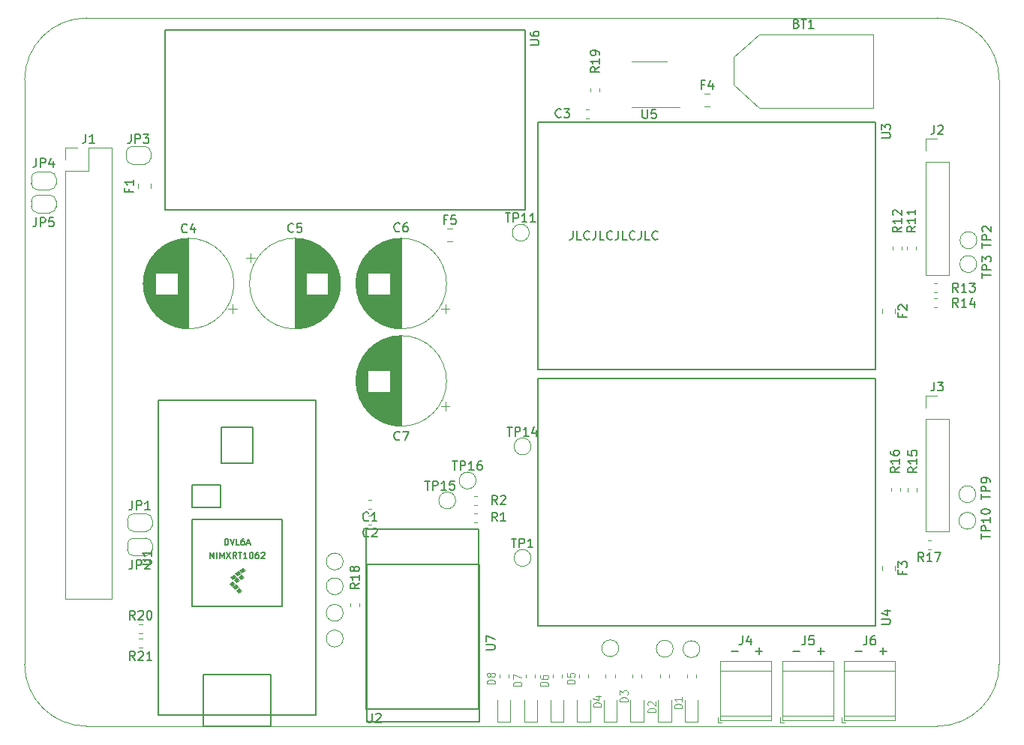
<source format=gbr>
G04 #@! TF.GenerationSoftware,KiCad,Pcbnew,5.1.5*
G04 #@! TF.CreationDate,2019-12-18T01:23:40-06:00*
G04 #@! TF.ProjectId,TurtlebotController,54757274-6c65-4626-9f74-436f6e74726f,rev?*
G04 #@! TF.SameCoordinates,Original*
G04 #@! TF.FileFunction,Legend,Top*
G04 #@! TF.FilePolarity,Positive*
%FSLAX46Y46*%
G04 Gerber Fmt 4.6, Leading zero omitted, Abs format (unit mm)*
G04 Created by KiCad (PCBNEW 5.1.5) date 2019-12-18 01:23:40*
%MOMM*%
%LPD*%
G04 APERTURE LIST*
%ADD10C,0.150000*%
%ADD11C,0.050000*%
%ADD12C,0.120000*%
%ADD13C,0.100000*%
G04 APERTURE END LIST*
D10*
X133380952Y-62452380D02*
X133380952Y-63166666D01*
X133333333Y-63309523D01*
X133238095Y-63404761D01*
X133095238Y-63452380D01*
X133000000Y-63452380D01*
X134333333Y-63452380D02*
X133857142Y-63452380D01*
X133857142Y-62452380D01*
X135238095Y-63357142D02*
X135190476Y-63404761D01*
X135047619Y-63452380D01*
X134952380Y-63452380D01*
X134809523Y-63404761D01*
X134714285Y-63309523D01*
X134666666Y-63214285D01*
X134619047Y-63023809D01*
X134619047Y-62880952D01*
X134666666Y-62690476D01*
X134714285Y-62595238D01*
X134809523Y-62500000D01*
X134952380Y-62452380D01*
X135047619Y-62452380D01*
X135190476Y-62500000D01*
X135238095Y-62547619D01*
X135952380Y-62452380D02*
X135952380Y-63166666D01*
X135904761Y-63309523D01*
X135809523Y-63404761D01*
X135666666Y-63452380D01*
X135571428Y-63452380D01*
X136904761Y-63452380D02*
X136428571Y-63452380D01*
X136428571Y-62452380D01*
X137809523Y-63357142D02*
X137761904Y-63404761D01*
X137619047Y-63452380D01*
X137523809Y-63452380D01*
X137380952Y-63404761D01*
X137285714Y-63309523D01*
X137238095Y-63214285D01*
X137190476Y-63023809D01*
X137190476Y-62880952D01*
X137238095Y-62690476D01*
X137285714Y-62595238D01*
X137380952Y-62500000D01*
X137523809Y-62452380D01*
X137619047Y-62452380D01*
X137761904Y-62500000D01*
X137809523Y-62547619D01*
X138523809Y-62452380D02*
X138523809Y-63166666D01*
X138476190Y-63309523D01*
X138380952Y-63404761D01*
X138238095Y-63452380D01*
X138142857Y-63452380D01*
X139476190Y-63452380D02*
X139000000Y-63452380D01*
X139000000Y-62452380D01*
X140380952Y-63357142D02*
X140333333Y-63404761D01*
X140190476Y-63452380D01*
X140095238Y-63452380D01*
X139952380Y-63404761D01*
X139857142Y-63309523D01*
X139809523Y-63214285D01*
X139761904Y-63023809D01*
X139761904Y-62880952D01*
X139809523Y-62690476D01*
X139857142Y-62595238D01*
X139952380Y-62500000D01*
X140095238Y-62452380D01*
X140190476Y-62452380D01*
X140333333Y-62500000D01*
X140380952Y-62547619D01*
X141095238Y-62452380D02*
X141095238Y-63166666D01*
X141047619Y-63309523D01*
X140952380Y-63404761D01*
X140809523Y-63452380D01*
X140714285Y-63452380D01*
X142047619Y-63452380D02*
X141571428Y-63452380D01*
X141571428Y-62452380D01*
X142952380Y-63357142D02*
X142904761Y-63404761D01*
X142761904Y-63452380D01*
X142666666Y-63452380D01*
X142523809Y-63404761D01*
X142428571Y-63309523D01*
X142380952Y-63214285D01*
X142333333Y-63023809D01*
X142333333Y-62880952D01*
X142380952Y-62690476D01*
X142428571Y-62595238D01*
X142523809Y-62500000D01*
X142666666Y-62452380D01*
X142761904Y-62452380D01*
X142904761Y-62500000D01*
X142952380Y-62547619D01*
X165238095Y-109928571D02*
X166000000Y-109928571D01*
X168000000Y-109928571D02*
X168761904Y-109928571D01*
X168380952Y-109547619D02*
X168380952Y-110309523D01*
X158238095Y-109928571D02*
X159000000Y-109928571D01*
X161000000Y-109928571D02*
X161761904Y-109928571D01*
X161380952Y-109547619D02*
X161380952Y-110309523D01*
X151238095Y-109928571D02*
X152000000Y-109928571D01*
X154000000Y-109928571D02*
X154761904Y-109928571D01*
X154380952Y-109547619D02*
X154380952Y-110309523D01*
D11*
X174500000Y-118400000D02*
X78500000Y-118400000D01*
X181500000Y-45400000D02*
X181500000Y-111400000D01*
X78500000Y-38400000D02*
X174500000Y-38400000D01*
X71500000Y-111400000D02*
X71500000Y-45400000D01*
X181500000Y-111400000D02*
G75*
G02X174500000Y-118400000I-7000000J0D01*
G01*
X174500000Y-38400000D02*
G75*
G02X181500000Y-45400000I0J-7000000D01*
G01*
X78500000Y-118400000D02*
G75*
G02X71500000Y-111400000I0J7000000D01*
G01*
X71500000Y-45400000D02*
G75*
G02X78500000Y-38400000I7000000J0D01*
G01*
D12*
X167250000Y-40250000D02*
X154400000Y-40250000D01*
X151550000Y-42800000D02*
X151550000Y-45950000D01*
X154400000Y-48550000D02*
X167250000Y-48550000D01*
X167250000Y-48550000D02*
X167250000Y-40250000D01*
X154400000Y-40250000D02*
X151550000Y-42800000D01*
X151550000Y-45950000D02*
X154400000Y-48550000D01*
X110646267Y-92840000D02*
X110303733Y-92840000D01*
X110646267Y-93860000D02*
X110303733Y-93860000D01*
X110671267Y-95660000D02*
X110328733Y-95660000D01*
X110671267Y-94640000D02*
X110328733Y-94640000D01*
X134828733Y-48690000D02*
X135171267Y-48690000D01*
X134828733Y-49710000D02*
X135171267Y-49710000D01*
X95120000Y-68400000D02*
G75*
G03X95120000Y-68400000I-5120000J0D01*
G01*
X90000000Y-73480000D02*
X90000000Y-63320000D01*
X89960000Y-73480000D02*
X89960000Y-63320000D01*
X89920000Y-73480000D02*
X89920000Y-63320000D01*
X89880000Y-73479000D02*
X89880000Y-63321000D01*
X89840000Y-73478000D02*
X89840000Y-63322000D01*
X89800000Y-73477000D02*
X89800000Y-63323000D01*
X89760000Y-73475000D02*
X89760000Y-63325000D01*
X89720000Y-73473000D02*
X89720000Y-63327000D01*
X89680000Y-73470000D02*
X89680000Y-63330000D01*
X89640000Y-73468000D02*
X89640000Y-63332000D01*
X89600000Y-73465000D02*
X89600000Y-63335000D01*
X89560000Y-73462000D02*
X89560000Y-63338000D01*
X89520000Y-73458000D02*
X89520000Y-63342000D01*
X89480000Y-73454000D02*
X89480000Y-63346000D01*
X89440000Y-73450000D02*
X89440000Y-63350000D01*
X89400000Y-73445000D02*
X89400000Y-63355000D01*
X89360000Y-73440000D02*
X89360000Y-63360000D01*
X89320000Y-73435000D02*
X89320000Y-63365000D01*
X89279000Y-73430000D02*
X89279000Y-63370000D01*
X89239000Y-73424000D02*
X89239000Y-63376000D01*
X89199000Y-73418000D02*
X89199000Y-63382000D01*
X89159000Y-73411000D02*
X89159000Y-63389000D01*
X89119000Y-73404000D02*
X89119000Y-63396000D01*
X89079000Y-73397000D02*
X89079000Y-63403000D01*
X89039000Y-73390000D02*
X89039000Y-63410000D01*
X88999000Y-73382000D02*
X88999000Y-63418000D01*
X88959000Y-73374000D02*
X88959000Y-63426000D01*
X88919000Y-73365000D02*
X88919000Y-63435000D01*
X88879000Y-73356000D02*
X88879000Y-63444000D01*
X88839000Y-73347000D02*
X88839000Y-63453000D01*
X88799000Y-73338000D02*
X88799000Y-63462000D01*
X88759000Y-73328000D02*
X88759000Y-63472000D01*
X88719000Y-73318000D02*
X88719000Y-69641000D01*
X88719000Y-67159000D02*
X88719000Y-63482000D01*
X88679000Y-73307000D02*
X88679000Y-69641000D01*
X88679000Y-67159000D02*
X88679000Y-63493000D01*
X88639000Y-73297000D02*
X88639000Y-69641000D01*
X88639000Y-67159000D02*
X88639000Y-63503000D01*
X88599000Y-73285000D02*
X88599000Y-69641000D01*
X88599000Y-67159000D02*
X88599000Y-63515000D01*
X88559000Y-73274000D02*
X88559000Y-69641000D01*
X88559000Y-67159000D02*
X88559000Y-63526000D01*
X88519000Y-73262000D02*
X88519000Y-69641000D01*
X88519000Y-67159000D02*
X88519000Y-63538000D01*
X88479000Y-73250000D02*
X88479000Y-69641000D01*
X88479000Y-67159000D02*
X88479000Y-63550000D01*
X88439000Y-73237000D02*
X88439000Y-69641000D01*
X88439000Y-67159000D02*
X88439000Y-63563000D01*
X88399000Y-73224000D02*
X88399000Y-69641000D01*
X88399000Y-67159000D02*
X88399000Y-63576000D01*
X88359000Y-73211000D02*
X88359000Y-69641000D01*
X88359000Y-67159000D02*
X88359000Y-63589000D01*
X88319000Y-73197000D02*
X88319000Y-69641000D01*
X88319000Y-67159000D02*
X88319000Y-63603000D01*
X88279000Y-73183000D02*
X88279000Y-69641000D01*
X88279000Y-67159000D02*
X88279000Y-63617000D01*
X88239000Y-73168000D02*
X88239000Y-69641000D01*
X88239000Y-67159000D02*
X88239000Y-63632000D01*
X88199000Y-73154000D02*
X88199000Y-69641000D01*
X88199000Y-67159000D02*
X88199000Y-63646000D01*
X88159000Y-73138000D02*
X88159000Y-69641000D01*
X88159000Y-67159000D02*
X88159000Y-63662000D01*
X88119000Y-73123000D02*
X88119000Y-69641000D01*
X88119000Y-67159000D02*
X88119000Y-63677000D01*
X88079000Y-73107000D02*
X88079000Y-69641000D01*
X88079000Y-67159000D02*
X88079000Y-63693000D01*
X88039000Y-73090000D02*
X88039000Y-69641000D01*
X88039000Y-67159000D02*
X88039000Y-63710000D01*
X87999000Y-73074000D02*
X87999000Y-69641000D01*
X87999000Y-67159000D02*
X87999000Y-63726000D01*
X87959000Y-73057000D02*
X87959000Y-69641000D01*
X87959000Y-67159000D02*
X87959000Y-63743000D01*
X87919000Y-73039000D02*
X87919000Y-69641000D01*
X87919000Y-67159000D02*
X87919000Y-63761000D01*
X87879000Y-73021000D02*
X87879000Y-69641000D01*
X87879000Y-67159000D02*
X87879000Y-63779000D01*
X87839000Y-73003000D02*
X87839000Y-69641000D01*
X87839000Y-67159000D02*
X87839000Y-63797000D01*
X87799000Y-72984000D02*
X87799000Y-69641000D01*
X87799000Y-67159000D02*
X87799000Y-63816000D01*
X87759000Y-72964000D02*
X87759000Y-69641000D01*
X87759000Y-67159000D02*
X87759000Y-63836000D01*
X87719000Y-72945000D02*
X87719000Y-69641000D01*
X87719000Y-67159000D02*
X87719000Y-63855000D01*
X87679000Y-72925000D02*
X87679000Y-69641000D01*
X87679000Y-67159000D02*
X87679000Y-63875000D01*
X87639000Y-72904000D02*
X87639000Y-69641000D01*
X87639000Y-67159000D02*
X87639000Y-63896000D01*
X87599000Y-72883000D02*
X87599000Y-69641000D01*
X87599000Y-67159000D02*
X87599000Y-63917000D01*
X87559000Y-72862000D02*
X87559000Y-69641000D01*
X87559000Y-67159000D02*
X87559000Y-63938000D01*
X87519000Y-72840000D02*
X87519000Y-69641000D01*
X87519000Y-67159000D02*
X87519000Y-63960000D01*
X87479000Y-72817000D02*
X87479000Y-69641000D01*
X87479000Y-67159000D02*
X87479000Y-63983000D01*
X87439000Y-72795000D02*
X87439000Y-69641000D01*
X87439000Y-67159000D02*
X87439000Y-64005000D01*
X87399000Y-72771000D02*
X87399000Y-69641000D01*
X87399000Y-67159000D02*
X87399000Y-64029000D01*
X87359000Y-72747000D02*
X87359000Y-69641000D01*
X87359000Y-67159000D02*
X87359000Y-64053000D01*
X87319000Y-72723000D02*
X87319000Y-69641000D01*
X87319000Y-67159000D02*
X87319000Y-64077000D01*
X87279000Y-72698000D02*
X87279000Y-69641000D01*
X87279000Y-67159000D02*
X87279000Y-64102000D01*
X87239000Y-72673000D02*
X87239000Y-69641000D01*
X87239000Y-67159000D02*
X87239000Y-64127000D01*
X87199000Y-72647000D02*
X87199000Y-69641000D01*
X87199000Y-67159000D02*
X87199000Y-64153000D01*
X87159000Y-72621000D02*
X87159000Y-69641000D01*
X87159000Y-67159000D02*
X87159000Y-64179000D01*
X87119000Y-72594000D02*
X87119000Y-69641000D01*
X87119000Y-67159000D02*
X87119000Y-64206000D01*
X87079000Y-72566000D02*
X87079000Y-69641000D01*
X87079000Y-67159000D02*
X87079000Y-64234000D01*
X87039000Y-72538000D02*
X87039000Y-69641000D01*
X87039000Y-67159000D02*
X87039000Y-64262000D01*
X86999000Y-72510000D02*
X86999000Y-69641000D01*
X86999000Y-67159000D02*
X86999000Y-64290000D01*
X86959000Y-72480000D02*
X86959000Y-69641000D01*
X86959000Y-67159000D02*
X86959000Y-64320000D01*
X86919000Y-72450000D02*
X86919000Y-69641000D01*
X86919000Y-67159000D02*
X86919000Y-64350000D01*
X86879000Y-72420000D02*
X86879000Y-69641000D01*
X86879000Y-67159000D02*
X86879000Y-64380000D01*
X86839000Y-72389000D02*
X86839000Y-69641000D01*
X86839000Y-67159000D02*
X86839000Y-64411000D01*
X86799000Y-72357000D02*
X86799000Y-69641000D01*
X86799000Y-67159000D02*
X86799000Y-64443000D01*
X86759000Y-72325000D02*
X86759000Y-69641000D01*
X86759000Y-67159000D02*
X86759000Y-64475000D01*
X86719000Y-72292000D02*
X86719000Y-69641000D01*
X86719000Y-67159000D02*
X86719000Y-64508000D01*
X86679000Y-72258000D02*
X86679000Y-69641000D01*
X86679000Y-67159000D02*
X86679000Y-64542000D01*
X86639000Y-72224000D02*
X86639000Y-69641000D01*
X86639000Y-67159000D02*
X86639000Y-64576000D01*
X86599000Y-72189000D02*
X86599000Y-69641000D01*
X86599000Y-67159000D02*
X86599000Y-64611000D01*
X86559000Y-72153000D02*
X86559000Y-69641000D01*
X86559000Y-67159000D02*
X86559000Y-64647000D01*
X86519000Y-72116000D02*
X86519000Y-69641000D01*
X86519000Y-67159000D02*
X86519000Y-64684000D01*
X86479000Y-72079000D02*
X86479000Y-69641000D01*
X86479000Y-67159000D02*
X86479000Y-64721000D01*
X86439000Y-72040000D02*
X86439000Y-69641000D01*
X86439000Y-67159000D02*
X86439000Y-64760000D01*
X86399000Y-72001000D02*
X86399000Y-69641000D01*
X86399000Y-67159000D02*
X86399000Y-64799000D01*
X86359000Y-71961000D02*
X86359000Y-69641000D01*
X86359000Y-67159000D02*
X86359000Y-64839000D01*
X86319000Y-71920000D02*
X86319000Y-69641000D01*
X86319000Y-67159000D02*
X86319000Y-64880000D01*
X86279000Y-71878000D02*
X86279000Y-69641000D01*
X86279000Y-67159000D02*
X86279000Y-64922000D01*
X86239000Y-71836000D02*
X86239000Y-64964000D01*
X86199000Y-71792000D02*
X86199000Y-65008000D01*
X86159000Y-71747000D02*
X86159000Y-65053000D01*
X86119000Y-71701000D02*
X86119000Y-65099000D01*
X86079000Y-71654000D02*
X86079000Y-65146000D01*
X86039000Y-71606000D02*
X86039000Y-65194000D01*
X85999000Y-71556000D02*
X85999000Y-65244000D01*
X85959000Y-71506000D02*
X85959000Y-65294000D01*
X85919000Y-71454000D02*
X85919000Y-65346000D01*
X85879000Y-71400000D02*
X85879000Y-65400000D01*
X85839000Y-71345000D02*
X85839000Y-65455000D01*
X85799000Y-71289000D02*
X85799000Y-65511000D01*
X85759000Y-71230000D02*
X85759000Y-65570000D01*
X85719000Y-71170000D02*
X85719000Y-65630000D01*
X85679000Y-71109000D02*
X85679000Y-65691000D01*
X85639000Y-71045000D02*
X85639000Y-65755000D01*
X85599000Y-70979000D02*
X85599000Y-65821000D01*
X85559000Y-70910000D02*
X85559000Y-65890000D01*
X85519000Y-70839000D02*
X85519000Y-65961000D01*
X85479000Y-70765000D02*
X85479000Y-66035000D01*
X85439000Y-70689000D02*
X85439000Y-66111000D01*
X85399000Y-70609000D02*
X85399000Y-66191000D01*
X85359000Y-70525000D02*
X85359000Y-66275000D01*
X85319000Y-70437000D02*
X85319000Y-66363000D01*
X85279000Y-70344000D02*
X85279000Y-66456000D01*
X85239000Y-70246000D02*
X85239000Y-66554000D01*
X85199000Y-70142000D02*
X85199000Y-66658000D01*
X85159000Y-70030000D02*
X85159000Y-66770000D01*
X85119000Y-69910000D02*
X85119000Y-66890000D01*
X85079000Y-69778000D02*
X85079000Y-67022000D01*
X85039000Y-69630000D02*
X85039000Y-67170000D01*
X84999000Y-69462000D02*
X84999000Y-67338000D01*
X84959000Y-69262000D02*
X84959000Y-67538000D01*
X84919000Y-68999000D02*
X84919000Y-67801000D01*
X95479646Y-71275000D02*
X94479646Y-71275000D01*
X94979646Y-71775000D02*
X94979646Y-70775000D01*
X97020354Y-65025000D02*
X97020354Y-66025000D01*
X96520354Y-65525000D02*
X97520354Y-65525000D01*
X107081000Y-67801000D02*
X107081000Y-68999000D01*
X107041000Y-67538000D02*
X107041000Y-69262000D01*
X107001000Y-67338000D02*
X107001000Y-69462000D01*
X106961000Y-67170000D02*
X106961000Y-69630000D01*
X106921000Y-67022000D02*
X106921000Y-69778000D01*
X106881000Y-66890000D02*
X106881000Y-69910000D01*
X106841000Y-66770000D02*
X106841000Y-70030000D01*
X106801000Y-66658000D02*
X106801000Y-70142000D01*
X106761000Y-66554000D02*
X106761000Y-70246000D01*
X106721000Y-66456000D02*
X106721000Y-70344000D01*
X106681000Y-66363000D02*
X106681000Y-70437000D01*
X106641000Y-66275000D02*
X106641000Y-70525000D01*
X106601000Y-66191000D02*
X106601000Y-70609000D01*
X106561000Y-66111000D02*
X106561000Y-70689000D01*
X106521000Y-66035000D02*
X106521000Y-70765000D01*
X106481000Y-65961000D02*
X106481000Y-70839000D01*
X106441000Y-65890000D02*
X106441000Y-70910000D01*
X106401000Y-65821000D02*
X106401000Y-70979000D01*
X106361000Y-65755000D02*
X106361000Y-71045000D01*
X106321000Y-65691000D02*
X106321000Y-71109000D01*
X106281000Y-65630000D02*
X106281000Y-71170000D01*
X106241000Y-65570000D02*
X106241000Y-71230000D01*
X106201000Y-65511000D02*
X106201000Y-71289000D01*
X106161000Y-65455000D02*
X106161000Y-71345000D01*
X106121000Y-65400000D02*
X106121000Y-71400000D01*
X106081000Y-65346000D02*
X106081000Y-71454000D01*
X106041000Y-65294000D02*
X106041000Y-71506000D01*
X106001000Y-65244000D02*
X106001000Y-71556000D01*
X105961000Y-65194000D02*
X105961000Y-71606000D01*
X105921000Y-65146000D02*
X105921000Y-71654000D01*
X105881000Y-65099000D02*
X105881000Y-71701000D01*
X105841000Y-65053000D02*
X105841000Y-71747000D01*
X105801000Y-65008000D02*
X105801000Y-71792000D01*
X105761000Y-64964000D02*
X105761000Y-71836000D01*
X105721000Y-69641000D02*
X105721000Y-71878000D01*
X105721000Y-64922000D02*
X105721000Y-67159000D01*
X105681000Y-69641000D02*
X105681000Y-71920000D01*
X105681000Y-64880000D02*
X105681000Y-67159000D01*
X105641000Y-69641000D02*
X105641000Y-71961000D01*
X105641000Y-64839000D02*
X105641000Y-67159000D01*
X105601000Y-69641000D02*
X105601000Y-72001000D01*
X105601000Y-64799000D02*
X105601000Y-67159000D01*
X105561000Y-69641000D02*
X105561000Y-72040000D01*
X105561000Y-64760000D02*
X105561000Y-67159000D01*
X105521000Y-69641000D02*
X105521000Y-72079000D01*
X105521000Y-64721000D02*
X105521000Y-67159000D01*
X105481000Y-69641000D02*
X105481000Y-72116000D01*
X105481000Y-64684000D02*
X105481000Y-67159000D01*
X105441000Y-69641000D02*
X105441000Y-72153000D01*
X105441000Y-64647000D02*
X105441000Y-67159000D01*
X105401000Y-69641000D02*
X105401000Y-72189000D01*
X105401000Y-64611000D02*
X105401000Y-67159000D01*
X105361000Y-69641000D02*
X105361000Y-72224000D01*
X105361000Y-64576000D02*
X105361000Y-67159000D01*
X105321000Y-69641000D02*
X105321000Y-72258000D01*
X105321000Y-64542000D02*
X105321000Y-67159000D01*
X105281000Y-69641000D02*
X105281000Y-72292000D01*
X105281000Y-64508000D02*
X105281000Y-67159000D01*
X105241000Y-69641000D02*
X105241000Y-72325000D01*
X105241000Y-64475000D02*
X105241000Y-67159000D01*
X105201000Y-69641000D02*
X105201000Y-72357000D01*
X105201000Y-64443000D02*
X105201000Y-67159000D01*
X105161000Y-69641000D02*
X105161000Y-72389000D01*
X105161000Y-64411000D02*
X105161000Y-67159000D01*
X105121000Y-69641000D02*
X105121000Y-72420000D01*
X105121000Y-64380000D02*
X105121000Y-67159000D01*
X105081000Y-69641000D02*
X105081000Y-72450000D01*
X105081000Y-64350000D02*
X105081000Y-67159000D01*
X105041000Y-69641000D02*
X105041000Y-72480000D01*
X105041000Y-64320000D02*
X105041000Y-67159000D01*
X105001000Y-69641000D02*
X105001000Y-72510000D01*
X105001000Y-64290000D02*
X105001000Y-67159000D01*
X104961000Y-69641000D02*
X104961000Y-72538000D01*
X104961000Y-64262000D02*
X104961000Y-67159000D01*
X104921000Y-69641000D02*
X104921000Y-72566000D01*
X104921000Y-64234000D02*
X104921000Y-67159000D01*
X104881000Y-69641000D02*
X104881000Y-72594000D01*
X104881000Y-64206000D02*
X104881000Y-67159000D01*
X104841000Y-69641000D02*
X104841000Y-72621000D01*
X104841000Y-64179000D02*
X104841000Y-67159000D01*
X104801000Y-69641000D02*
X104801000Y-72647000D01*
X104801000Y-64153000D02*
X104801000Y-67159000D01*
X104761000Y-69641000D02*
X104761000Y-72673000D01*
X104761000Y-64127000D02*
X104761000Y-67159000D01*
X104721000Y-69641000D02*
X104721000Y-72698000D01*
X104721000Y-64102000D02*
X104721000Y-67159000D01*
X104681000Y-69641000D02*
X104681000Y-72723000D01*
X104681000Y-64077000D02*
X104681000Y-67159000D01*
X104641000Y-69641000D02*
X104641000Y-72747000D01*
X104641000Y-64053000D02*
X104641000Y-67159000D01*
X104601000Y-69641000D02*
X104601000Y-72771000D01*
X104601000Y-64029000D02*
X104601000Y-67159000D01*
X104561000Y-69641000D02*
X104561000Y-72795000D01*
X104561000Y-64005000D02*
X104561000Y-67159000D01*
X104521000Y-69641000D02*
X104521000Y-72817000D01*
X104521000Y-63983000D02*
X104521000Y-67159000D01*
X104481000Y-69641000D02*
X104481000Y-72840000D01*
X104481000Y-63960000D02*
X104481000Y-67159000D01*
X104441000Y-69641000D02*
X104441000Y-72862000D01*
X104441000Y-63938000D02*
X104441000Y-67159000D01*
X104401000Y-69641000D02*
X104401000Y-72883000D01*
X104401000Y-63917000D02*
X104401000Y-67159000D01*
X104361000Y-69641000D02*
X104361000Y-72904000D01*
X104361000Y-63896000D02*
X104361000Y-67159000D01*
X104321000Y-69641000D02*
X104321000Y-72925000D01*
X104321000Y-63875000D02*
X104321000Y-67159000D01*
X104281000Y-69641000D02*
X104281000Y-72945000D01*
X104281000Y-63855000D02*
X104281000Y-67159000D01*
X104241000Y-69641000D02*
X104241000Y-72964000D01*
X104241000Y-63836000D02*
X104241000Y-67159000D01*
X104201000Y-69641000D02*
X104201000Y-72984000D01*
X104201000Y-63816000D02*
X104201000Y-67159000D01*
X104161000Y-69641000D02*
X104161000Y-73003000D01*
X104161000Y-63797000D02*
X104161000Y-67159000D01*
X104121000Y-69641000D02*
X104121000Y-73021000D01*
X104121000Y-63779000D02*
X104121000Y-67159000D01*
X104081000Y-69641000D02*
X104081000Y-73039000D01*
X104081000Y-63761000D02*
X104081000Y-67159000D01*
X104041000Y-69641000D02*
X104041000Y-73057000D01*
X104041000Y-63743000D02*
X104041000Y-67159000D01*
X104001000Y-69641000D02*
X104001000Y-73074000D01*
X104001000Y-63726000D02*
X104001000Y-67159000D01*
X103961000Y-69641000D02*
X103961000Y-73090000D01*
X103961000Y-63710000D02*
X103961000Y-67159000D01*
X103921000Y-69641000D02*
X103921000Y-73107000D01*
X103921000Y-63693000D02*
X103921000Y-67159000D01*
X103881000Y-69641000D02*
X103881000Y-73123000D01*
X103881000Y-63677000D02*
X103881000Y-67159000D01*
X103841000Y-69641000D02*
X103841000Y-73138000D01*
X103841000Y-63662000D02*
X103841000Y-67159000D01*
X103801000Y-69641000D02*
X103801000Y-73154000D01*
X103801000Y-63646000D02*
X103801000Y-67159000D01*
X103761000Y-69641000D02*
X103761000Y-73168000D01*
X103761000Y-63632000D02*
X103761000Y-67159000D01*
X103721000Y-69641000D02*
X103721000Y-73183000D01*
X103721000Y-63617000D02*
X103721000Y-67159000D01*
X103681000Y-69641000D02*
X103681000Y-73197000D01*
X103681000Y-63603000D02*
X103681000Y-67159000D01*
X103641000Y-69641000D02*
X103641000Y-73211000D01*
X103641000Y-63589000D02*
X103641000Y-67159000D01*
X103601000Y-69641000D02*
X103601000Y-73224000D01*
X103601000Y-63576000D02*
X103601000Y-67159000D01*
X103561000Y-69641000D02*
X103561000Y-73237000D01*
X103561000Y-63563000D02*
X103561000Y-67159000D01*
X103521000Y-69641000D02*
X103521000Y-73250000D01*
X103521000Y-63550000D02*
X103521000Y-67159000D01*
X103481000Y-69641000D02*
X103481000Y-73262000D01*
X103481000Y-63538000D02*
X103481000Y-67159000D01*
X103441000Y-69641000D02*
X103441000Y-73274000D01*
X103441000Y-63526000D02*
X103441000Y-67159000D01*
X103401000Y-69641000D02*
X103401000Y-73285000D01*
X103401000Y-63515000D02*
X103401000Y-67159000D01*
X103361000Y-69641000D02*
X103361000Y-73297000D01*
X103361000Y-63503000D02*
X103361000Y-67159000D01*
X103321000Y-69641000D02*
X103321000Y-73307000D01*
X103321000Y-63493000D02*
X103321000Y-67159000D01*
X103281000Y-69641000D02*
X103281000Y-73318000D01*
X103281000Y-63482000D02*
X103281000Y-67159000D01*
X103241000Y-63472000D02*
X103241000Y-73328000D01*
X103201000Y-63462000D02*
X103201000Y-73338000D01*
X103161000Y-63453000D02*
X103161000Y-73347000D01*
X103121000Y-63444000D02*
X103121000Y-73356000D01*
X103081000Y-63435000D02*
X103081000Y-73365000D01*
X103041000Y-63426000D02*
X103041000Y-73374000D01*
X103001000Y-63418000D02*
X103001000Y-73382000D01*
X102961000Y-63410000D02*
X102961000Y-73390000D01*
X102921000Y-63403000D02*
X102921000Y-73397000D01*
X102881000Y-63396000D02*
X102881000Y-73404000D01*
X102841000Y-63389000D02*
X102841000Y-73411000D01*
X102801000Y-63382000D02*
X102801000Y-73418000D01*
X102761000Y-63376000D02*
X102761000Y-73424000D01*
X102721000Y-63370000D02*
X102721000Y-73430000D01*
X102680000Y-63365000D02*
X102680000Y-73435000D01*
X102640000Y-63360000D02*
X102640000Y-73440000D01*
X102600000Y-63355000D02*
X102600000Y-73445000D01*
X102560000Y-63350000D02*
X102560000Y-73450000D01*
X102520000Y-63346000D02*
X102520000Y-73454000D01*
X102480000Y-63342000D02*
X102480000Y-73458000D01*
X102440000Y-63338000D02*
X102440000Y-73462000D01*
X102400000Y-63335000D02*
X102400000Y-73465000D01*
X102360000Y-63332000D02*
X102360000Y-73468000D01*
X102320000Y-63330000D02*
X102320000Y-73470000D01*
X102280000Y-63327000D02*
X102280000Y-73473000D01*
X102240000Y-63325000D02*
X102240000Y-73475000D01*
X102200000Y-63323000D02*
X102200000Y-73477000D01*
X102160000Y-63322000D02*
X102160000Y-73478000D01*
X102120000Y-63321000D02*
X102120000Y-73479000D01*
X102080000Y-63320000D02*
X102080000Y-73480000D01*
X102040000Y-63320000D02*
X102040000Y-73480000D01*
X102000000Y-63320000D02*
X102000000Y-73480000D01*
X107120000Y-68400000D02*
G75*
G03X107120000Y-68400000I-5120000J0D01*
G01*
X119120000Y-68400000D02*
G75*
G03X119120000Y-68400000I-5120000J0D01*
G01*
X114000000Y-73480000D02*
X114000000Y-63320000D01*
X113960000Y-73480000D02*
X113960000Y-63320000D01*
X113920000Y-73480000D02*
X113920000Y-63320000D01*
X113880000Y-73479000D02*
X113880000Y-63321000D01*
X113840000Y-73478000D02*
X113840000Y-63322000D01*
X113800000Y-73477000D02*
X113800000Y-63323000D01*
X113760000Y-73475000D02*
X113760000Y-63325000D01*
X113720000Y-73473000D02*
X113720000Y-63327000D01*
X113680000Y-73470000D02*
X113680000Y-63330000D01*
X113640000Y-73468000D02*
X113640000Y-63332000D01*
X113600000Y-73465000D02*
X113600000Y-63335000D01*
X113560000Y-73462000D02*
X113560000Y-63338000D01*
X113520000Y-73458000D02*
X113520000Y-63342000D01*
X113480000Y-73454000D02*
X113480000Y-63346000D01*
X113440000Y-73450000D02*
X113440000Y-63350000D01*
X113400000Y-73445000D02*
X113400000Y-63355000D01*
X113360000Y-73440000D02*
X113360000Y-63360000D01*
X113320000Y-73435000D02*
X113320000Y-63365000D01*
X113279000Y-73430000D02*
X113279000Y-63370000D01*
X113239000Y-73424000D02*
X113239000Y-63376000D01*
X113199000Y-73418000D02*
X113199000Y-63382000D01*
X113159000Y-73411000D02*
X113159000Y-63389000D01*
X113119000Y-73404000D02*
X113119000Y-63396000D01*
X113079000Y-73397000D02*
X113079000Y-63403000D01*
X113039000Y-73390000D02*
X113039000Y-63410000D01*
X112999000Y-73382000D02*
X112999000Y-63418000D01*
X112959000Y-73374000D02*
X112959000Y-63426000D01*
X112919000Y-73365000D02*
X112919000Y-63435000D01*
X112879000Y-73356000D02*
X112879000Y-63444000D01*
X112839000Y-73347000D02*
X112839000Y-63453000D01*
X112799000Y-73338000D02*
X112799000Y-63462000D01*
X112759000Y-73328000D02*
X112759000Y-63472000D01*
X112719000Y-73318000D02*
X112719000Y-69641000D01*
X112719000Y-67159000D02*
X112719000Y-63482000D01*
X112679000Y-73307000D02*
X112679000Y-69641000D01*
X112679000Y-67159000D02*
X112679000Y-63493000D01*
X112639000Y-73297000D02*
X112639000Y-69641000D01*
X112639000Y-67159000D02*
X112639000Y-63503000D01*
X112599000Y-73285000D02*
X112599000Y-69641000D01*
X112599000Y-67159000D02*
X112599000Y-63515000D01*
X112559000Y-73274000D02*
X112559000Y-69641000D01*
X112559000Y-67159000D02*
X112559000Y-63526000D01*
X112519000Y-73262000D02*
X112519000Y-69641000D01*
X112519000Y-67159000D02*
X112519000Y-63538000D01*
X112479000Y-73250000D02*
X112479000Y-69641000D01*
X112479000Y-67159000D02*
X112479000Y-63550000D01*
X112439000Y-73237000D02*
X112439000Y-69641000D01*
X112439000Y-67159000D02*
X112439000Y-63563000D01*
X112399000Y-73224000D02*
X112399000Y-69641000D01*
X112399000Y-67159000D02*
X112399000Y-63576000D01*
X112359000Y-73211000D02*
X112359000Y-69641000D01*
X112359000Y-67159000D02*
X112359000Y-63589000D01*
X112319000Y-73197000D02*
X112319000Y-69641000D01*
X112319000Y-67159000D02*
X112319000Y-63603000D01*
X112279000Y-73183000D02*
X112279000Y-69641000D01*
X112279000Y-67159000D02*
X112279000Y-63617000D01*
X112239000Y-73168000D02*
X112239000Y-69641000D01*
X112239000Y-67159000D02*
X112239000Y-63632000D01*
X112199000Y-73154000D02*
X112199000Y-69641000D01*
X112199000Y-67159000D02*
X112199000Y-63646000D01*
X112159000Y-73138000D02*
X112159000Y-69641000D01*
X112159000Y-67159000D02*
X112159000Y-63662000D01*
X112119000Y-73123000D02*
X112119000Y-69641000D01*
X112119000Y-67159000D02*
X112119000Y-63677000D01*
X112079000Y-73107000D02*
X112079000Y-69641000D01*
X112079000Y-67159000D02*
X112079000Y-63693000D01*
X112039000Y-73090000D02*
X112039000Y-69641000D01*
X112039000Y-67159000D02*
X112039000Y-63710000D01*
X111999000Y-73074000D02*
X111999000Y-69641000D01*
X111999000Y-67159000D02*
X111999000Y-63726000D01*
X111959000Y-73057000D02*
X111959000Y-69641000D01*
X111959000Y-67159000D02*
X111959000Y-63743000D01*
X111919000Y-73039000D02*
X111919000Y-69641000D01*
X111919000Y-67159000D02*
X111919000Y-63761000D01*
X111879000Y-73021000D02*
X111879000Y-69641000D01*
X111879000Y-67159000D02*
X111879000Y-63779000D01*
X111839000Y-73003000D02*
X111839000Y-69641000D01*
X111839000Y-67159000D02*
X111839000Y-63797000D01*
X111799000Y-72984000D02*
X111799000Y-69641000D01*
X111799000Y-67159000D02*
X111799000Y-63816000D01*
X111759000Y-72964000D02*
X111759000Y-69641000D01*
X111759000Y-67159000D02*
X111759000Y-63836000D01*
X111719000Y-72945000D02*
X111719000Y-69641000D01*
X111719000Y-67159000D02*
X111719000Y-63855000D01*
X111679000Y-72925000D02*
X111679000Y-69641000D01*
X111679000Y-67159000D02*
X111679000Y-63875000D01*
X111639000Y-72904000D02*
X111639000Y-69641000D01*
X111639000Y-67159000D02*
X111639000Y-63896000D01*
X111599000Y-72883000D02*
X111599000Y-69641000D01*
X111599000Y-67159000D02*
X111599000Y-63917000D01*
X111559000Y-72862000D02*
X111559000Y-69641000D01*
X111559000Y-67159000D02*
X111559000Y-63938000D01*
X111519000Y-72840000D02*
X111519000Y-69641000D01*
X111519000Y-67159000D02*
X111519000Y-63960000D01*
X111479000Y-72817000D02*
X111479000Y-69641000D01*
X111479000Y-67159000D02*
X111479000Y-63983000D01*
X111439000Y-72795000D02*
X111439000Y-69641000D01*
X111439000Y-67159000D02*
X111439000Y-64005000D01*
X111399000Y-72771000D02*
X111399000Y-69641000D01*
X111399000Y-67159000D02*
X111399000Y-64029000D01*
X111359000Y-72747000D02*
X111359000Y-69641000D01*
X111359000Y-67159000D02*
X111359000Y-64053000D01*
X111319000Y-72723000D02*
X111319000Y-69641000D01*
X111319000Y-67159000D02*
X111319000Y-64077000D01*
X111279000Y-72698000D02*
X111279000Y-69641000D01*
X111279000Y-67159000D02*
X111279000Y-64102000D01*
X111239000Y-72673000D02*
X111239000Y-69641000D01*
X111239000Y-67159000D02*
X111239000Y-64127000D01*
X111199000Y-72647000D02*
X111199000Y-69641000D01*
X111199000Y-67159000D02*
X111199000Y-64153000D01*
X111159000Y-72621000D02*
X111159000Y-69641000D01*
X111159000Y-67159000D02*
X111159000Y-64179000D01*
X111119000Y-72594000D02*
X111119000Y-69641000D01*
X111119000Y-67159000D02*
X111119000Y-64206000D01*
X111079000Y-72566000D02*
X111079000Y-69641000D01*
X111079000Y-67159000D02*
X111079000Y-64234000D01*
X111039000Y-72538000D02*
X111039000Y-69641000D01*
X111039000Y-67159000D02*
X111039000Y-64262000D01*
X110999000Y-72510000D02*
X110999000Y-69641000D01*
X110999000Y-67159000D02*
X110999000Y-64290000D01*
X110959000Y-72480000D02*
X110959000Y-69641000D01*
X110959000Y-67159000D02*
X110959000Y-64320000D01*
X110919000Y-72450000D02*
X110919000Y-69641000D01*
X110919000Y-67159000D02*
X110919000Y-64350000D01*
X110879000Y-72420000D02*
X110879000Y-69641000D01*
X110879000Y-67159000D02*
X110879000Y-64380000D01*
X110839000Y-72389000D02*
X110839000Y-69641000D01*
X110839000Y-67159000D02*
X110839000Y-64411000D01*
X110799000Y-72357000D02*
X110799000Y-69641000D01*
X110799000Y-67159000D02*
X110799000Y-64443000D01*
X110759000Y-72325000D02*
X110759000Y-69641000D01*
X110759000Y-67159000D02*
X110759000Y-64475000D01*
X110719000Y-72292000D02*
X110719000Y-69641000D01*
X110719000Y-67159000D02*
X110719000Y-64508000D01*
X110679000Y-72258000D02*
X110679000Y-69641000D01*
X110679000Y-67159000D02*
X110679000Y-64542000D01*
X110639000Y-72224000D02*
X110639000Y-69641000D01*
X110639000Y-67159000D02*
X110639000Y-64576000D01*
X110599000Y-72189000D02*
X110599000Y-69641000D01*
X110599000Y-67159000D02*
X110599000Y-64611000D01*
X110559000Y-72153000D02*
X110559000Y-69641000D01*
X110559000Y-67159000D02*
X110559000Y-64647000D01*
X110519000Y-72116000D02*
X110519000Y-69641000D01*
X110519000Y-67159000D02*
X110519000Y-64684000D01*
X110479000Y-72079000D02*
X110479000Y-69641000D01*
X110479000Y-67159000D02*
X110479000Y-64721000D01*
X110439000Y-72040000D02*
X110439000Y-69641000D01*
X110439000Y-67159000D02*
X110439000Y-64760000D01*
X110399000Y-72001000D02*
X110399000Y-69641000D01*
X110399000Y-67159000D02*
X110399000Y-64799000D01*
X110359000Y-71961000D02*
X110359000Y-69641000D01*
X110359000Y-67159000D02*
X110359000Y-64839000D01*
X110319000Y-71920000D02*
X110319000Y-69641000D01*
X110319000Y-67159000D02*
X110319000Y-64880000D01*
X110279000Y-71878000D02*
X110279000Y-69641000D01*
X110279000Y-67159000D02*
X110279000Y-64922000D01*
X110239000Y-71836000D02*
X110239000Y-64964000D01*
X110199000Y-71792000D02*
X110199000Y-65008000D01*
X110159000Y-71747000D02*
X110159000Y-65053000D01*
X110119000Y-71701000D02*
X110119000Y-65099000D01*
X110079000Y-71654000D02*
X110079000Y-65146000D01*
X110039000Y-71606000D02*
X110039000Y-65194000D01*
X109999000Y-71556000D02*
X109999000Y-65244000D01*
X109959000Y-71506000D02*
X109959000Y-65294000D01*
X109919000Y-71454000D02*
X109919000Y-65346000D01*
X109879000Y-71400000D02*
X109879000Y-65400000D01*
X109839000Y-71345000D02*
X109839000Y-65455000D01*
X109799000Y-71289000D02*
X109799000Y-65511000D01*
X109759000Y-71230000D02*
X109759000Y-65570000D01*
X109719000Y-71170000D02*
X109719000Y-65630000D01*
X109679000Y-71109000D02*
X109679000Y-65691000D01*
X109639000Y-71045000D02*
X109639000Y-65755000D01*
X109599000Y-70979000D02*
X109599000Y-65821000D01*
X109559000Y-70910000D02*
X109559000Y-65890000D01*
X109519000Y-70839000D02*
X109519000Y-65961000D01*
X109479000Y-70765000D02*
X109479000Y-66035000D01*
X109439000Y-70689000D02*
X109439000Y-66111000D01*
X109399000Y-70609000D02*
X109399000Y-66191000D01*
X109359000Y-70525000D02*
X109359000Y-66275000D01*
X109319000Y-70437000D02*
X109319000Y-66363000D01*
X109279000Y-70344000D02*
X109279000Y-66456000D01*
X109239000Y-70246000D02*
X109239000Y-66554000D01*
X109199000Y-70142000D02*
X109199000Y-66658000D01*
X109159000Y-70030000D02*
X109159000Y-66770000D01*
X109119000Y-69910000D02*
X109119000Y-66890000D01*
X109079000Y-69778000D02*
X109079000Y-67022000D01*
X109039000Y-69630000D02*
X109039000Y-67170000D01*
X108999000Y-69462000D02*
X108999000Y-67338000D01*
X108959000Y-69262000D02*
X108959000Y-67538000D01*
X108919000Y-68999000D02*
X108919000Y-67801000D01*
X119479646Y-71275000D02*
X118479646Y-71275000D01*
X118979646Y-71775000D02*
X118979646Y-70775000D01*
X118979646Y-82775000D02*
X118979646Y-81775000D01*
X119479646Y-82275000D02*
X118479646Y-82275000D01*
X108919000Y-79999000D02*
X108919000Y-78801000D01*
X108959000Y-80262000D02*
X108959000Y-78538000D01*
X108999000Y-80462000D02*
X108999000Y-78338000D01*
X109039000Y-80630000D02*
X109039000Y-78170000D01*
X109079000Y-80778000D02*
X109079000Y-78022000D01*
X109119000Y-80910000D02*
X109119000Y-77890000D01*
X109159000Y-81030000D02*
X109159000Y-77770000D01*
X109199000Y-81142000D02*
X109199000Y-77658000D01*
X109239000Y-81246000D02*
X109239000Y-77554000D01*
X109279000Y-81344000D02*
X109279000Y-77456000D01*
X109319000Y-81437000D02*
X109319000Y-77363000D01*
X109359000Y-81525000D02*
X109359000Y-77275000D01*
X109399000Y-81609000D02*
X109399000Y-77191000D01*
X109439000Y-81689000D02*
X109439000Y-77111000D01*
X109479000Y-81765000D02*
X109479000Y-77035000D01*
X109519000Y-81839000D02*
X109519000Y-76961000D01*
X109559000Y-81910000D02*
X109559000Y-76890000D01*
X109599000Y-81979000D02*
X109599000Y-76821000D01*
X109639000Y-82045000D02*
X109639000Y-76755000D01*
X109679000Y-82109000D02*
X109679000Y-76691000D01*
X109719000Y-82170000D02*
X109719000Y-76630000D01*
X109759000Y-82230000D02*
X109759000Y-76570000D01*
X109799000Y-82289000D02*
X109799000Y-76511000D01*
X109839000Y-82345000D02*
X109839000Y-76455000D01*
X109879000Y-82400000D02*
X109879000Y-76400000D01*
X109919000Y-82454000D02*
X109919000Y-76346000D01*
X109959000Y-82506000D02*
X109959000Y-76294000D01*
X109999000Y-82556000D02*
X109999000Y-76244000D01*
X110039000Y-82606000D02*
X110039000Y-76194000D01*
X110079000Y-82654000D02*
X110079000Y-76146000D01*
X110119000Y-82701000D02*
X110119000Y-76099000D01*
X110159000Y-82747000D02*
X110159000Y-76053000D01*
X110199000Y-82792000D02*
X110199000Y-76008000D01*
X110239000Y-82836000D02*
X110239000Y-75964000D01*
X110279000Y-78159000D02*
X110279000Y-75922000D01*
X110279000Y-82878000D02*
X110279000Y-80641000D01*
X110319000Y-78159000D02*
X110319000Y-75880000D01*
X110319000Y-82920000D02*
X110319000Y-80641000D01*
X110359000Y-78159000D02*
X110359000Y-75839000D01*
X110359000Y-82961000D02*
X110359000Y-80641000D01*
X110399000Y-78159000D02*
X110399000Y-75799000D01*
X110399000Y-83001000D02*
X110399000Y-80641000D01*
X110439000Y-78159000D02*
X110439000Y-75760000D01*
X110439000Y-83040000D02*
X110439000Y-80641000D01*
X110479000Y-78159000D02*
X110479000Y-75721000D01*
X110479000Y-83079000D02*
X110479000Y-80641000D01*
X110519000Y-78159000D02*
X110519000Y-75684000D01*
X110519000Y-83116000D02*
X110519000Y-80641000D01*
X110559000Y-78159000D02*
X110559000Y-75647000D01*
X110559000Y-83153000D02*
X110559000Y-80641000D01*
X110599000Y-78159000D02*
X110599000Y-75611000D01*
X110599000Y-83189000D02*
X110599000Y-80641000D01*
X110639000Y-78159000D02*
X110639000Y-75576000D01*
X110639000Y-83224000D02*
X110639000Y-80641000D01*
X110679000Y-78159000D02*
X110679000Y-75542000D01*
X110679000Y-83258000D02*
X110679000Y-80641000D01*
X110719000Y-78159000D02*
X110719000Y-75508000D01*
X110719000Y-83292000D02*
X110719000Y-80641000D01*
X110759000Y-78159000D02*
X110759000Y-75475000D01*
X110759000Y-83325000D02*
X110759000Y-80641000D01*
X110799000Y-78159000D02*
X110799000Y-75443000D01*
X110799000Y-83357000D02*
X110799000Y-80641000D01*
X110839000Y-78159000D02*
X110839000Y-75411000D01*
X110839000Y-83389000D02*
X110839000Y-80641000D01*
X110879000Y-78159000D02*
X110879000Y-75380000D01*
X110879000Y-83420000D02*
X110879000Y-80641000D01*
X110919000Y-78159000D02*
X110919000Y-75350000D01*
X110919000Y-83450000D02*
X110919000Y-80641000D01*
X110959000Y-78159000D02*
X110959000Y-75320000D01*
X110959000Y-83480000D02*
X110959000Y-80641000D01*
X110999000Y-78159000D02*
X110999000Y-75290000D01*
X110999000Y-83510000D02*
X110999000Y-80641000D01*
X111039000Y-78159000D02*
X111039000Y-75262000D01*
X111039000Y-83538000D02*
X111039000Y-80641000D01*
X111079000Y-78159000D02*
X111079000Y-75234000D01*
X111079000Y-83566000D02*
X111079000Y-80641000D01*
X111119000Y-78159000D02*
X111119000Y-75206000D01*
X111119000Y-83594000D02*
X111119000Y-80641000D01*
X111159000Y-78159000D02*
X111159000Y-75179000D01*
X111159000Y-83621000D02*
X111159000Y-80641000D01*
X111199000Y-78159000D02*
X111199000Y-75153000D01*
X111199000Y-83647000D02*
X111199000Y-80641000D01*
X111239000Y-78159000D02*
X111239000Y-75127000D01*
X111239000Y-83673000D02*
X111239000Y-80641000D01*
X111279000Y-78159000D02*
X111279000Y-75102000D01*
X111279000Y-83698000D02*
X111279000Y-80641000D01*
X111319000Y-78159000D02*
X111319000Y-75077000D01*
X111319000Y-83723000D02*
X111319000Y-80641000D01*
X111359000Y-78159000D02*
X111359000Y-75053000D01*
X111359000Y-83747000D02*
X111359000Y-80641000D01*
X111399000Y-78159000D02*
X111399000Y-75029000D01*
X111399000Y-83771000D02*
X111399000Y-80641000D01*
X111439000Y-78159000D02*
X111439000Y-75005000D01*
X111439000Y-83795000D02*
X111439000Y-80641000D01*
X111479000Y-78159000D02*
X111479000Y-74983000D01*
X111479000Y-83817000D02*
X111479000Y-80641000D01*
X111519000Y-78159000D02*
X111519000Y-74960000D01*
X111519000Y-83840000D02*
X111519000Y-80641000D01*
X111559000Y-78159000D02*
X111559000Y-74938000D01*
X111559000Y-83862000D02*
X111559000Y-80641000D01*
X111599000Y-78159000D02*
X111599000Y-74917000D01*
X111599000Y-83883000D02*
X111599000Y-80641000D01*
X111639000Y-78159000D02*
X111639000Y-74896000D01*
X111639000Y-83904000D02*
X111639000Y-80641000D01*
X111679000Y-78159000D02*
X111679000Y-74875000D01*
X111679000Y-83925000D02*
X111679000Y-80641000D01*
X111719000Y-78159000D02*
X111719000Y-74855000D01*
X111719000Y-83945000D02*
X111719000Y-80641000D01*
X111759000Y-78159000D02*
X111759000Y-74836000D01*
X111759000Y-83964000D02*
X111759000Y-80641000D01*
X111799000Y-78159000D02*
X111799000Y-74816000D01*
X111799000Y-83984000D02*
X111799000Y-80641000D01*
X111839000Y-78159000D02*
X111839000Y-74797000D01*
X111839000Y-84003000D02*
X111839000Y-80641000D01*
X111879000Y-78159000D02*
X111879000Y-74779000D01*
X111879000Y-84021000D02*
X111879000Y-80641000D01*
X111919000Y-78159000D02*
X111919000Y-74761000D01*
X111919000Y-84039000D02*
X111919000Y-80641000D01*
X111959000Y-78159000D02*
X111959000Y-74743000D01*
X111959000Y-84057000D02*
X111959000Y-80641000D01*
X111999000Y-78159000D02*
X111999000Y-74726000D01*
X111999000Y-84074000D02*
X111999000Y-80641000D01*
X112039000Y-78159000D02*
X112039000Y-74710000D01*
X112039000Y-84090000D02*
X112039000Y-80641000D01*
X112079000Y-78159000D02*
X112079000Y-74693000D01*
X112079000Y-84107000D02*
X112079000Y-80641000D01*
X112119000Y-78159000D02*
X112119000Y-74677000D01*
X112119000Y-84123000D02*
X112119000Y-80641000D01*
X112159000Y-78159000D02*
X112159000Y-74662000D01*
X112159000Y-84138000D02*
X112159000Y-80641000D01*
X112199000Y-78159000D02*
X112199000Y-74646000D01*
X112199000Y-84154000D02*
X112199000Y-80641000D01*
X112239000Y-78159000D02*
X112239000Y-74632000D01*
X112239000Y-84168000D02*
X112239000Y-80641000D01*
X112279000Y-78159000D02*
X112279000Y-74617000D01*
X112279000Y-84183000D02*
X112279000Y-80641000D01*
X112319000Y-78159000D02*
X112319000Y-74603000D01*
X112319000Y-84197000D02*
X112319000Y-80641000D01*
X112359000Y-78159000D02*
X112359000Y-74589000D01*
X112359000Y-84211000D02*
X112359000Y-80641000D01*
X112399000Y-78159000D02*
X112399000Y-74576000D01*
X112399000Y-84224000D02*
X112399000Y-80641000D01*
X112439000Y-78159000D02*
X112439000Y-74563000D01*
X112439000Y-84237000D02*
X112439000Y-80641000D01*
X112479000Y-78159000D02*
X112479000Y-74550000D01*
X112479000Y-84250000D02*
X112479000Y-80641000D01*
X112519000Y-78159000D02*
X112519000Y-74538000D01*
X112519000Y-84262000D02*
X112519000Y-80641000D01*
X112559000Y-78159000D02*
X112559000Y-74526000D01*
X112559000Y-84274000D02*
X112559000Y-80641000D01*
X112599000Y-78159000D02*
X112599000Y-74515000D01*
X112599000Y-84285000D02*
X112599000Y-80641000D01*
X112639000Y-78159000D02*
X112639000Y-74503000D01*
X112639000Y-84297000D02*
X112639000Y-80641000D01*
X112679000Y-78159000D02*
X112679000Y-74493000D01*
X112679000Y-84307000D02*
X112679000Y-80641000D01*
X112719000Y-78159000D02*
X112719000Y-74482000D01*
X112719000Y-84318000D02*
X112719000Y-80641000D01*
X112759000Y-84328000D02*
X112759000Y-74472000D01*
X112799000Y-84338000D02*
X112799000Y-74462000D01*
X112839000Y-84347000D02*
X112839000Y-74453000D01*
X112879000Y-84356000D02*
X112879000Y-74444000D01*
X112919000Y-84365000D02*
X112919000Y-74435000D01*
X112959000Y-84374000D02*
X112959000Y-74426000D01*
X112999000Y-84382000D02*
X112999000Y-74418000D01*
X113039000Y-84390000D02*
X113039000Y-74410000D01*
X113079000Y-84397000D02*
X113079000Y-74403000D01*
X113119000Y-84404000D02*
X113119000Y-74396000D01*
X113159000Y-84411000D02*
X113159000Y-74389000D01*
X113199000Y-84418000D02*
X113199000Y-74382000D01*
X113239000Y-84424000D02*
X113239000Y-74376000D01*
X113279000Y-84430000D02*
X113279000Y-74370000D01*
X113320000Y-84435000D02*
X113320000Y-74365000D01*
X113360000Y-84440000D02*
X113360000Y-74360000D01*
X113400000Y-84445000D02*
X113400000Y-74355000D01*
X113440000Y-84450000D02*
X113440000Y-74350000D01*
X113480000Y-84454000D02*
X113480000Y-74346000D01*
X113520000Y-84458000D02*
X113520000Y-74342000D01*
X113560000Y-84462000D02*
X113560000Y-74338000D01*
X113600000Y-84465000D02*
X113600000Y-74335000D01*
X113640000Y-84468000D02*
X113640000Y-74332000D01*
X113680000Y-84470000D02*
X113680000Y-74330000D01*
X113720000Y-84473000D02*
X113720000Y-74327000D01*
X113760000Y-84475000D02*
X113760000Y-74325000D01*
X113800000Y-84477000D02*
X113800000Y-74323000D01*
X113840000Y-84478000D02*
X113840000Y-74322000D01*
X113880000Y-84479000D02*
X113880000Y-74321000D01*
X113920000Y-84480000D02*
X113920000Y-74320000D01*
X113960000Y-84480000D02*
X113960000Y-74320000D01*
X114000000Y-84480000D02*
X114000000Y-74320000D01*
X119120000Y-79400000D02*
G75*
G03X119120000Y-79400000I-5120000J0D01*
G01*
X147485000Y-117910000D02*
X147485000Y-115450000D01*
X146015000Y-117910000D02*
X147485000Y-117910000D01*
X146015000Y-115450000D02*
X146015000Y-117910000D01*
X143015000Y-115450000D02*
X143015000Y-117910000D01*
X143015000Y-117910000D02*
X144485000Y-117910000D01*
X144485000Y-117910000D02*
X144485000Y-115450000D01*
X139865000Y-115450000D02*
X139865000Y-117910000D01*
X139865000Y-117910000D02*
X141335000Y-117910000D01*
X141335000Y-117910000D02*
X141335000Y-115450000D01*
X136840000Y-115475000D02*
X136840000Y-117935000D01*
X136840000Y-117935000D02*
X138310000Y-117935000D01*
X138310000Y-117935000D02*
X138310000Y-115475000D01*
X135335000Y-117935000D02*
X135335000Y-115475000D01*
X133865000Y-117935000D02*
X135335000Y-117935000D01*
X133865000Y-115475000D02*
X133865000Y-117935000D01*
X132335000Y-117935000D02*
X132335000Y-115475000D01*
X130865000Y-117935000D02*
X132335000Y-117935000D01*
X130865000Y-115475000D02*
X130865000Y-117935000D01*
X129335000Y-117935000D02*
X129335000Y-115475000D01*
X127865000Y-117935000D02*
X129335000Y-117935000D01*
X127865000Y-115475000D02*
X127865000Y-117935000D01*
X124865000Y-115475000D02*
X124865000Y-117935000D01*
X124865000Y-117935000D02*
X126335000Y-117935000D01*
X126335000Y-117935000D02*
X126335000Y-115475000D01*
X84290000Y-57661252D02*
X84290000Y-57138748D01*
X85710000Y-57661252D02*
X85710000Y-57138748D01*
X169710000Y-71238748D02*
X169710000Y-71761252D01*
X168290000Y-71238748D02*
X168290000Y-71761252D01*
X169710000Y-100263748D02*
X169710000Y-100786252D01*
X168290000Y-100263748D02*
X168290000Y-100786252D01*
X148263748Y-48360000D02*
X148786252Y-48360000D01*
X148263748Y-46940000D02*
X148786252Y-46940000D01*
X119213748Y-63610000D02*
X119736252Y-63610000D01*
X119213748Y-62190000D02*
X119736252Y-62190000D01*
X76130000Y-103990000D02*
X81330000Y-103990000D01*
X76130000Y-55670000D02*
X76130000Y-103990000D01*
X81330000Y-53070000D02*
X81330000Y-103990000D01*
X76130000Y-55670000D02*
X78730000Y-55670000D01*
X78730000Y-55670000D02*
X78730000Y-53070000D01*
X78730000Y-53070000D02*
X81330000Y-53070000D01*
X76130000Y-54400000D02*
X76130000Y-53070000D01*
X76130000Y-53070000D02*
X77460000Y-53070000D01*
X173170000Y-52070000D02*
X174500000Y-52070000D01*
X173170000Y-53400000D02*
X173170000Y-52070000D01*
X173170000Y-54670000D02*
X175830000Y-54670000D01*
X175830000Y-54670000D02*
X175830000Y-67430000D01*
X173170000Y-54670000D02*
X173170000Y-67430000D01*
X173170000Y-67430000D02*
X175830000Y-67430000D01*
X173170000Y-96430000D02*
X175830000Y-96430000D01*
X173170000Y-83670000D02*
X173170000Y-96430000D01*
X175830000Y-83670000D02*
X175830000Y-96430000D01*
X173170000Y-83670000D02*
X175830000Y-83670000D01*
X173170000Y-82400000D02*
X173170000Y-81070000D01*
X173170000Y-81070000D02*
X174500000Y-81070000D01*
X149740000Y-118010000D02*
X150140000Y-118010000D01*
X149740000Y-117370000D02*
X149740000Y-118010000D01*
X155760000Y-111030000D02*
X155760000Y-117770000D01*
X149980000Y-111030000D02*
X149980000Y-117770000D01*
X149980000Y-117770000D02*
X155760000Y-117770000D01*
X149980000Y-111030000D02*
X155760000Y-111030000D01*
X149980000Y-112150000D02*
X155760000Y-112150000D01*
X149980000Y-117250000D02*
X155760000Y-117250000D01*
X157040000Y-117250000D02*
X162820000Y-117250000D01*
X157040000Y-112150000D02*
X162820000Y-112150000D01*
X157040000Y-111030000D02*
X162820000Y-111030000D01*
X157040000Y-117770000D02*
X162820000Y-117770000D01*
X157040000Y-111030000D02*
X157040000Y-117770000D01*
X162820000Y-111030000D02*
X162820000Y-117770000D01*
X156800000Y-117370000D02*
X156800000Y-118010000D01*
X156800000Y-118010000D02*
X157200000Y-118010000D01*
X163980000Y-117250000D02*
X169760000Y-117250000D01*
X163980000Y-112150000D02*
X169760000Y-112150000D01*
X163980000Y-111030000D02*
X169760000Y-111030000D01*
X163980000Y-117770000D02*
X169760000Y-117770000D01*
X163980000Y-111030000D02*
X163980000Y-117770000D01*
X169760000Y-111030000D02*
X169760000Y-117770000D01*
X163740000Y-117370000D02*
X163740000Y-118010000D01*
X163740000Y-118010000D02*
X164140000Y-118010000D01*
X85200000Y-94400000D02*
G75*
G02X85900000Y-95100000I0J-700000D01*
G01*
X85900000Y-95700000D02*
G75*
G02X85200000Y-96400000I-700000J0D01*
G01*
X83800000Y-96400000D02*
G75*
G02X83100000Y-95700000I0J700000D01*
G01*
X83100000Y-95100000D02*
G75*
G02X83800000Y-94400000I700000J0D01*
G01*
X83100000Y-95700000D02*
X83100000Y-95100000D01*
X85200000Y-96400000D02*
X83800000Y-96400000D01*
X85900000Y-95100000D02*
X85900000Y-95700000D01*
X83800000Y-94400000D02*
X85200000Y-94400000D01*
X85200000Y-97150000D02*
G75*
G02X85900000Y-97850000I0J-700000D01*
G01*
X85900000Y-98450000D02*
G75*
G02X85200000Y-99150000I-700000J0D01*
G01*
X83800000Y-99150000D02*
G75*
G02X83100000Y-98450000I0J700000D01*
G01*
X83100000Y-97850000D02*
G75*
G02X83800000Y-97150000I700000J0D01*
G01*
X83100000Y-98450000D02*
X83100000Y-97850000D01*
X85200000Y-99150000D02*
X83800000Y-99150000D01*
X85900000Y-97850000D02*
X85900000Y-98450000D01*
X83800000Y-97150000D02*
X85200000Y-97150000D01*
X83650000Y-52900000D02*
X85050000Y-52900000D01*
X85750000Y-53600000D02*
X85750000Y-54200000D01*
X85050000Y-54900000D02*
X83650000Y-54900000D01*
X82950000Y-54200000D02*
X82950000Y-53600000D01*
X82950000Y-53600000D02*
G75*
G02X83650000Y-52900000I700000J0D01*
G01*
X83650000Y-54900000D02*
G75*
G02X82950000Y-54200000I0J700000D01*
G01*
X85750000Y-54200000D02*
G75*
G02X85050000Y-54900000I-700000J0D01*
G01*
X85050000Y-52900000D02*
G75*
G02X85750000Y-53600000I0J-700000D01*
G01*
X72950000Y-57800000D02*
G75*
G02X72250000Y-57100000I0J700000D01*
G01*
X72250000Y-56500000D02*
G75*
G02X72950000Y-55800000I700000J0D01*
G01*
X74350000Y-55800000D02*
G75*
G02X75050000Y-56500000I0J-700000D01*
G01*
X75050000Y-57100000D02*
G75*
G02X74350000Y-57800000I-700000J0D01*
G01*
X75050000Y-56500000D02*
X75050000Y-57100000D01*
X72950000Y-55800000D02*
X74350000Y-55800000D01*
X72250000Y-57100000D02*
X72250000Y-56500000D01*
X74350000Y-57800000D02*
X72950000Y-57800000D01*
X74350000Y-60400000D02*
X72950000Y-60400000D01*
X72250000Y-59700000D02*
X72250000Y-59100000D01*
X72950000Y-58400000D02*
X74350000Y-58400000D01*
X75050000Y-59100000D02*
X75050000Y-59700000D01*
X75050000Y-59700000D02*
G75*
G02X74350000Y-60400000I-700000J0D01*
G01*
X74350000Y-58400000D02*
G75*
G02X75050000Y-59100000I0J-700000D01*
G01*
X72250000Y-59100000D02*
G75*
G02X72950000Y-58400000I700000J0D01*
G01*
X72950000Y-60400000D02*
G75*
G02X72250000Y-59700000I0J700000D01*
G01*
X122546267Y-94390000D02*
X122203733Y-94390000D01*
X122546267Y-95410000D02*
X122203733Y-95410000D01*
X122203733Y-92390000D02*
X122546267Y-92390000D01*
X122203733Y-93410000D02*
X122546267Y-93410000D01*
X146240000Y-112946267D02*
X146240000Y-112603733D01*
X147260000Y-112946267D02*
X147260000Y-112603733D01*
X144260000Y-112921267D02*
X144260000Y-112578733D01*
X143240000Y-112921267D02*
X143240000Y-112578733D01*
X141110000Y-112896267D02*
X141110000Y-112553733D01*
X140090000Y-112896267D02*
X140090000Y-112553733D01*
X138110000Y-112921267D02*
X138110000Y-112578733D01*
X137090000Y-112921267D02*
X137090000Y-112578733D01*
X134090000Y-112946267D02*
X134090000Y-112603733D01*
X135110000Y-112946267D02*
X135110000Y-112603733D01*
X132110000Y-112946267D02*
X132110000Y-112603733D01*
X131090000Y-112946267D02*
X131090000Y-112603733D01*
X128090000Y-112896267D02*
X128090000Y-112553733D01*
X129110000Y-112896267D02*
X129110000Y-112553733D01*
X125090000Y-112871267D02*
X125090000Y-112528733D01*
X126110000Y-112871267D02*
X126110000Y-112528733D01*
X171090000Y-64596267D02*
X171090000Y-64253733D01*
X172110000Y-64596267D02*
X172110000Y-64253733D01*
X169490000Y-64253733D02*
X169490000Y-64596267D01*
X170510000Y-64253733D02*
X170510000Y-64596267D01*
X174471267Y-69410000D02*
X174128733Y-69410000D01*
X174471267Y-68390000D02*
X174128733Y-68390000D01*
X174153733Y-71110000D02*
X174496267Y-71110000D01*
X174153733Y-70090000D02*
X174496267Y-70090000D01*
X171190000Y-91871267D02*
X171190000Y-91528733D01*
X172210000Y-91871267D02*
X172210000Y-91528733D01*
X169290000Y-91503733D02*
X169290000Y-91846267D01*
X170310000Y-91503733D02*
X170310000Y-91846267D01*
X173771267Y-98410000D02*
X173428733Y-98410000D01*
X173771267Y-97390000D02*
X173428733Y-97390000D01*
X108290000Y-104553733D02*
X108290000Y-104896267D01*
X109310000Y-104553733D02*
X109310000Y-104896267D01*
X135390000Y-46696267D02*
X135390000Y-46353733D01*
X136410000Y-46696267D02*
X136410000Y-46353733D01*
X84428733Y-109510000D02*
X84771267Y-109510000D01*
X84428733Y-108490000D02*
X84771267Y-108490000D01*
X84771267Y-107885000D02*
X84428733Y-107885000D01*
X84771267Y-106865000D02*
X84428733Y-106865000D01*
X128650000Y-99400000D02*
G75*
G03X128650000Y-99400000I-950000J0D01*
G01*
X178970000Y-63500000D02*
G75*
G03X178970000Y-63500000I-950000J0D01*
G01*
X178950000Y-66200000D02*
G75*
G03X178950000Y-66200000I-950000J0D01*
G01*
X138550000Y-109600000D02*
G75*
G03X138550000Y-109600000I-950000J0D01*
G01*
X144700000Y-109650000D02*
G75*
G03X144700000Y-109650000I-950000J0D01*
G01*
X147700000Y-109700000D02*
G75*
G03X147700000Y-109700000I-950000J0D01*
G01*
X107450000Y-102600000D02*
G75*
G03X107450000Y-102600000I-950000J0D01*
G01*
X107450000Y-99800000D02*
G75*
G03X107450000Y-99800000I-950000J0D01*
G01*
X178850000Y-92200000D02*
G75*
G03X178850000Y-92200000I-950000J0D01*
G01*
X178850000Y-95200000D02*
G75*
G03X178850000Y-95200000I-950000J0D01*
G01*
X128450000Y-62650000D02*
G75*
G03X128450000Y-62650000I-950000J0D01*
G01*
X107450000Y-108500000D02*
G75*
G03X107450000Y-108500000I-950000J0D01*
G01*
X107450000Y-105600000D02*
G75*
G03X107450000Y-105600000I-950000J0D01*
G01*
X128650000Y-86800000D02*
G75*
G03X128650000Y-86800000I-950000J0D01*
G01*
X120150000Y-92900000D02*
G75*
G03X120150000Y-92900000I-950000J0D01*
G01*
X122450000Y-90650000D02*
G75*
G03X122450000Y-90650000I-950000J0D01*
G01*
D10*
X99310000Y-117180000D02*
X99310000Y-118450000D01*
X99310000Y-118450000D02*
X91690000Y-118450000D01*
X91690000Y-118450000D02*
X91690000Y-117180000D01*
X99310000Y-112608000D02*
X91690000Y-112608000D01*
X91690000Y-112608000D02*
X91690000Y-117180000D01*
X99310000Y-112608000D02*
X99310000Y-117180000D01*
X93722000Y-84668000D02*
X97278000Y-84668000D01*
X97278000Y-84668000D02*
X97278000Y-88732000D01*
X97278000Y-88732000D02*
X93722000Y-88732000D01*
X93722000Y-88732000D02*
X93722000Y-84668000D01*
X100580000Y-95082000D02*
X90420000Y-95082000D01*
X90420000Y-104861000D02*
X100580000Y-104861000D01*
X90420000Y-95082000D02*
X90420000Y-104861000D01*
X100580000Y-95082000D02*
X100580000Y-104861000D01*
X86610000Y-117180000D02*
X86610000Y-81620000D01*
X86610000Y-81620000D02*
X104390000Y-81620000D01*
X104390000Y-81620000D02*
X104390000Y-117180000D01*
X104390000Y-117180000D02*
X86610000Y-117180000D01*
X90420000Y-93685000D02*
X90420000Y-91145000D01*
X90420000Y-91145000D02*
X93595000Y-91145000D01*
X93595000Y-91145000D02*
X93595000Y-93685000D01*
X93595000Y-93685000D02*
X90420000Y-93685000D01*
D13*
G36*
X94865000Y-102575000D02*
G01*
X94611000Y-102321000D01*
X94992000Y-102067000D01*
X95246000Y-102321000D01*
X94865000Y-102575000D01*
G37*
X94865000Y-102575000D02*
X94611000Y-102321000D01*
X94992000Y-102067000D01*
X95246000Y-102321000D01*
X94865000Y-102575000D01*
G36*
X95373000Y-102194000D02*
G01*
X95119000Y-101940000D01*
X95500000Y-101686000D01*
X95754000Y-101940000D01*
X95373000Y-102194000D01*
G37*
X95373000Y-102194000D02*
X95119000Y-101940000D01*
X95500000Y-101686000D01*
X95754000Y-101940000D01*
X95373000Y-102194000D01*
G36*
X95881000Y-101813000D02*
G01*
X95627000Y-101559000D01*
X96008000Y-101305000D01*
X96262000Y-101559000D01*
X95881000Y-101813000D01*
G37*
X95881000Y-101813000D02*
X95627000Y-101559000D01*
X96008000Y-101305000D01*
X96262000Y-101559000D01*
X95881000Y-101813000D01*
G36*
X94992000Y-101813000D02*
G01*
X94738000Y-101559000D01*
X95119000Y-101305000D01*
X95373000Y-101559000D01*
X94992000Y-101813000D01*
G37*
X94992000Y-101813000D02*
X94738000Y-101559000D01*
X95119000Y-101305000D01*
X95373000Y-101559000D01*
X94992000Y-101813000D01*
G36*
X95500000Y-101432000D02*
G01*
X95246000Y-101178000D01*
X95627000Y-100924000D01*
X95881000Y-101178000D01*
X95500000Y-101432000D01*
G37*
X95500000Y-101432000D02*
X95246000Y-101178000D01*
X95627000Y-100924000D01*
X95881000Y-101178000D01*
X95500000Y-101432000D01*
G36*
X96008000Y-101051000D02*
G01*
X95754000Y-100797000D01*
X96135000Y-100543000D01*
X96389000Y-100797000D01*
X96008000Y-101051000D01*
G37*
X96008000Y-101051000D02*
X95754000Y-100797000D01*
X96135000Y-100543000D01*
X96389000Y-100797000D01*
X96008000Y-101051000D01*
G36*
X95246000Y-102956000D02*
G01*
X94992000Y-102702000D01*
X95373000Y-102448000D01*
X95627000Y-102702000D01*
X95246000Y-102956000D01*
G37*
X95246000Y-102956000D02*
X94992000Y-102702000D01*
X95373000Y-102448000D01*
X95627000Y-102702000D01*
X95246000Y-102956000D01*
G36*
X95627000Y-103337000D02*
G01*
X95373000Y-103083000D01*
X95754000Y-102829000D01*
X96008000Y-103083000D01*
X95627000Y-103337000D01*
G37*
X95627000Y-103337000D02*
X95373000Y-103083000D01*
X95754000Y-102829000D01*
X96008000Y-103083000D01*
X95627000Y-103337000D01*
D10*
X116420000Y-96130000D02*
X110070000Y-96130000D01*
X110070000Y-96130000D02*
X110070000Y-116450000D01*
X110070000Y-116450000D02*
X116420000Y-116450000D01*
X116420000Y-116450000D02*
X122770000Y-116450000D01*
X122770000Y-116450000D02*
X122770000Y-96130000D01*
X122770000Y-96130000D02*
X116420000Y-96130000D01*
X167500000Y-78100000D02*
X167500000Y-50160000D01*
X167500000Y-50160000D02*
X129400000Y-50160000D01*
X129400000Y-50160000D02*
X129400000Y-75560000D01*
X129400000Y-75560000D02*
X129400000Y-78100000D01*
X129400000Y-78100000D02*
X167500000Y-78100000D01*
X129400000Y-107100000D02*
X167500000Y-107100000D01*
X129400000Y-104560000D02*
X129400000Y-107100000D01*
X129400000Y-79160000D02*
X129400000Y-104560000D01*
X167500000Y-79160000D02*
X129400000Y-79160000D01*
X167500000Y-107100000D02*
X167500000Y-79160000D01*
D12*
X142000000Y-43340000D02*
X140050000Y-43340000D01*
X142000000Y-43340000D02*
X143950000Y-43340000D01*
X142000000Y-48460000D02*
X140050000Y-48460000D01*
X142000000Y-48460000D02*
X145450000Y-48460000D01*
D10*
X128000000Y-49900000D02*
X128000000Y-39740000D01*
X128000000Y-39740000D02*
X87360000Y-39740000D01*
X87360000Y-39740000D02*
X87360000Y-49900000D01*
X87360000Y-49900000D02*
X87360000Y-60060000D01*
X87360000Y-60060000D02*
X128000000Y-60060000D01*
X128000000Y-60060000D02*
X128000000Y-49900000D01*
X110150000Y-100110000D02*
X122850000Y-100110000D01*
X122850000Y-100110000D02*
X122850000Y-117890000D01*
X122850000Y-117890000D02*
X110150000Y-117890000D01*
X110150000Y-117890000D02*
X110150000Y-100110000D01*
X158614285Y-39028571D02*
X158757142Y-39076190D01*
X158804761Y-39123809D01*
X158852380Y-39219047D01*
X158852380Y-39361904D01*
X158804761Y-39457142D01*
X158757142Y-39504761D01*
X158661904Y-39552380D01*
X158280952Y-39552380D01*
X158280952Y-38552380D01*
X158614285Y-38552380D01*
X158709523Y-38600000D01*
X158757142Y-38647619D01*
X158804761Y-38742857D01*
X158804761Y-38838095D01*
X158757142Y-38933333D01*
X158709523Y-38980952D01*
X158614285Y-39028571D01*
X158280952Y-39028571D01*
X159138095Y-38552380D02*
X159709523Y-38552380D01*
X159423809Y-39552380D02*
X159423809Y-38552380D01*
X160566666Y-39552380D02*
X159995238Y-39552380D01*
X160280952Y-39552380D02*
X160280952Y-38552380D01*
X160185714Y-38695238D01*
X160090476Y-38790476D01*
X159995238Y-38838095D01*
X110308333Y-95137142D02*
X110260714Y-95184761D01*
X110117857Y-95232380D01*
X110022619Y-95232380D01*
X109879761Y-95184761D01*
X109784523Y-95089523D01*
X109736904Y-94994285D01*
X109689285Y-94803809D01*
X109689285Y-94660952D01*
X109736904Y-94470476D01*
X109784523Y-94375238D01*
X109879761Y-94280000D01*
X110022619Y-94232380D01*
X110117857Y-94232380D01*
X110260714Y-94280000D01*
X110308333Y-94327619D01*
X111260714Y-95232380D02*
X110689285Y-95232380D01*
X110975000Y-95232380D02*
X110975000Y-94232380D01*
X110879761Y-94375238D01*
X110784523Y-94470476D01*
X110689285Y-94518095D01*
X110333333Y-96937142D02*
X110285714Y-96984761D01*
X110142857Y-97032380D01*
X110047619Y-97032380D01*
X109904761Y-96984761D01*
X109809523Y-96889523D01*
X109761904Y-96794285D01*
X109714285Y-96603809D01*
X109714285Y-96460952D01*
X109761904Y-96270476D01*
X109809523Y-96175238D01*
X109904761Y-96080000D01*
X110047619Y-96032380D01*
X110142857Y-96032380D01*
X110285714Y-96080000D01*
X110333333Y-96127619D01*
X110714285Y-96127619D02*
X110761904Y-96080000D01*
X110857142Y-96032380D01*
X111095238Y-96032380D01*
X111190476Y-96080000D01*
X111238095Y-96127619D01*
X111285714Y-96222857D01*
X111285714Y-96318095D01*
X111238095Y-96460952D01*
X110666666Y-97032380D01*
X111285714Y-97032380D01*
X132033333Y-49557142D02*
X131985714Y-49604761D01*
X131842857Y-49652380D01*
X131747619Y-49652380D01*
X131604761Y-49604761D01*
X131509523Y-49509523D01*
X131461904Y-49414285D01*
X131414285Y-49223809D01*
X131414285Y-49080952D01*
X131461904Y-48890476D01*
X131509523Y-48795238D01*
X131604761Y-48700000D01*
X131747619Y-48652380D01*
X131842857Y-48652380D01*
X131985714Y-48700000D01*
X132033333Y-48747619D01*
X132366666Y-48652380D02*
X132985714Y-48652380D01*
X132652380Y-49033333D01*
X132795238Y-49033333D01*
X132890476Y-49080952D01*
X132938095Y-49128571D01*
X132985714Y-49223809D01*
X132985714Y-49461904D01*
X132938095Y-49557142D01*
X132890476Y-49604761D01*
X132795238Y-49652380D01*
X132509523Y-49652380D01*
X132414285Y-49604761D01*
X132366666Y-49557142D01*
X89833333Y-62557142D02*
X89785714Y-62604761D01*
X89642857Y-62652380D01*
X89547619Y-62652380D01*
X89404761Y-62604761D01*
X89309523Y-62509523D01*
X89261904Y-62414285D01*
X89214285Y-62223809D01*
X89214285Y-62080952D01*
X89261904Y-61890476D01*
X89309523Y-61795238D01*
X89404761Y-61700000D01*
X89547619Y-61652380D01*
X89642857Y-61652380D01*
X89785714Y-61700000D01*
X89833333Y-61747619D01*
X90690476Y-61985714D02*
X90690476Y-62652380D01*
X90452380Y-61604761D02*
X90214285Y-62319047D01*
X90833333Y-62319047D01*
X101833333Y-62507142D02*
X101785714Y-62554761D01*
X101642857Y-62602380D01*
X101547619Y-62602380D01*
X101404761Y-62554761D01*
X101309523Y-62459523D01*
X101261904Y-62364285D01*
X101214285Y-62173809D01*
X101214285Y-62030952D01*
X101261904Y-61840476D01*
X101309523Y-61745238D01*
X101404761Y-61650000D01*
X101547619Y-61602380D01*
X101642857Y-61602380D01*
X101785714Y-61650000D01*
X101833333Y-61697619D01*
X102738095Y-61602380D02*
X102261904Y-61602380D01*
X102214285Y-62078571D01*
X102261904Y-62030952D01*
X102357142Y-61983333D01*
X102595238Y-61983333D01*
X102690476Y-62030952D01*
X102738095Y-62078571D01*
X102785714Y-62173809D01*
X102785714Y-62411904D01*
X102738095Y-62507142D01*
X102690476Y-62554761D01*
X102595238Y-62602380D01*
X102357142Y-62602380D01*
X102261904Y-62554761D01*
X102214285Y-62507142D01*
X113833333Y-62457142D02*
X113785714Y-62504761D01*
X113642857Y-62552380D01*
X113547619Y-62552380D01*
X113404761Y-62504761D01*
X113309523Y-62409523D01*
X113261904Y-62314285D01*
X113214285Y-62123809D01*
X113214285Y-61980952D01*
X113261904Y-61790476D01*
X113309523Y-61695238D01*
X113404761Y-61600000D01*
X113547619Y-61552380D01*
X113642857Y-61552380D01*
X113785714Y-61600000D01*
X113833333Y-61647619D01*
X114690476Y-61552380D02*
X114500000Y-61552380D01*
X114404761Y-61600000D01*
X114357142Y-61647619D01*
X114261904Y-61790476D01*
X114214285Y-61980952D01*
X114214285Y-62361904D01*
X114261904Y-62457142D01*
X114309523Y-62504761D01*
X114404761Y-62552380D01*
X114595238Y-62552380D01*
X114690476Y-62504761D01*
X114738095Y-62457142D01*
X114785714Y-62361904D01*
X114785714Y-62123809D01*
X114738095Y-62028571D01*
X114690476Y-61980952D01*
X114595238Y-61933333D01*
X114404761Y-61933333D01*
X114309523Y-61980952D01*
X114261904Y-62028571D01*
X114214285Y-62123809D01*
X113833333Y-86007142D02*
X113785714Y-86054761D01*
X113642857Y-86102380D01*
X113547619Y-86102380D01*
X113404761Y-86054761D01*
X113309523Y-85959523D01*
X113261904Y-85864285D01*
X113214285Y-85673809D01*
X113214285Y-85530952D01*
X113261904Y-85340476D01*
X113309523Y-85245238D01*
X113404761Y-85150000D01*
X113547619Y-85102380D01*
X113642857Y-85102380D01*
X113785714Y-85150000D01*
X113833333Y-85197619D01*
X114166666Y-85102380D02*
X114833333Y-85102380D01*
X114404761Y-86102380D01*
D12*
X145727142Y-116340476D02*
X144827142Y-116340476D01*
X144827142Y-116150000D01*
X144870000Y-116035714D01*
X144955714Y-115959523D01*
X145041428Y-115921428D01*
X145212857Y-115883333D01*
X145341428Y-115883333D01*
X145512857Y-115921428D01*
X145598571Y-115959523D01*
X145684285Y-116035714D01*
X145727142Y-116150000D01*
X145727142Y-116340476D01*
X145727142Y-115121428D02*
X145727142Y-115578571D01*
X145727142Y-115350000D02*
X144827142Y-115350000D01*
X144955714Y-115426190D01*
X145041428Y-115502380D01*
X145084285Y-115578571D01*
X142727142Y-116840476D02*
X141827142Y-116840476D01*
X141827142Y-116650000D01*
X141870000Y-116535714D01*
X141955714Y-116459523D01*
X142041428Y-116421428D01*
X142212857Y-116383333D01*
X142341428Y-116383333D01*
X142512857Y-116421428D01*
X142598571Y-116459523D01*
X142684285Y-116535714D01*
X142727142Y-116650000D01*
X142727142Y-116840476D01*
X141912857Y-116078571D02*
X141870000Y-116040476D01*
X141827142Y-115964285D01*
X141827142Y-115773809D01*
X141870000Y-115697619D01*
X141912857Y-115659523D01*
X141998571Y-115621428D01*
X142084285Y-115621428D01*
X142212857Y-115659523D01*
X142727142Y-116116666D01*
X142727142Y-115621428D01*
X139577142Y-115590476D02*
X138677142Y-115590476D01*
X138677142Y-115400000D01*
X138720000Y-115285714D01*
X138805714Y-115209523D01*
X138891428Y-115171428D01*
X139062857Y-115133333D01*
X139191428Y-115133333D01*
X139362857Y-115171428D01*
X139448571Y-115209523D01*
X139534285Y-115285714D01*
X139577142Y-115400000D01*
X139577142Y-115590476D01*
X138677142Y-114866666D02*
X138677142Y-114371428D01*
X139020000Y-114638095D01*
X139020000Y-114523809D01*
X139062857Y-114447619D01*
X139105714Y-114409523D01*
X139191428Y-114371428D01*
X139405714Y-114371428D01*
X139491428Y-114409523D01*
X139534285Y-114447619D01*
X139577142Y-114523809D01*
X139577142Y-114752380D01*
X139534285Y-114828571D01*
X139491428Y-114866666D01*
X136552142Y-116190476D02*
X135652142Y-116190476D01*
X135652142Y-116000000D01*
X135695000Y-115885714D01*
X135780714Y-115809523D01*
X135866428Y-115771428D01*
X136037857Y-115733333D01*
X136166428Y-115733333D01*
X136337857Y-115771428D01*
X136423571Y-115809523D01*
X136509285Y-115885714D01*
X136552142Y-116000000D01*
X136552142Y-116190476D01*
X135952142Y-115047619D02*
X136552142Y-115047619D01*
X135609285Y-115238095D02*
X136252142Y-115428571D01*
X136252142Y-114933333D01*
X133607142Y-113590476D02*
X132707142Y-113590476D01*
X132707142Y-113400000D01*
X132750000Y-113285714D01*
X132835714Y-113209523D01*
X132921428Y-113171428D01*
X133092857Y-113133333D01*
X133221428Y-113133333D01*
X133392857Y-113171428D01*
X133478571Y-113209523D01*
X133564285Y-113285714D01*
X133607142Y-113400000D01*
X133607142Y-113590476D01*
X132707142Y-112409523D02*
X132707142Y-112790476D01*
X133135714Y-112828571D01*
X133092857Y-112790476D01*
X133050000Y-112714285D01*
X133050000Y-112523809D01*
X133092857Y-112447619D01*
X133135714Y-112409523D01*
X133221428Y-112371428D01*
X133435714Y-112371428D01*
X133521428Y-112409523D01*
X133564285Y-112447619D01*
X133607142Y-112523809D01*
X133607142Y-112714285D01*
X133564285Y-112790476D01*
X133521428Y-112828571D01*
X130577142Y-113840476D02*
X129677142Y-113840476D01*
X129677142Y-113650000D01*
X129720000Y-113535714D01*
X129805714Y-113459523D01*
X129891428Y-113421428D01*
X130062857Y-113383333D01*
X130191428Y-113383333D01*
X130362857Y-113421428D01*
X130448571Y-113459523D01*
X130534285Y-113535714D01*
X130577142Y-113650000D01*
X130577142Y-113840476D01*
X129677142Y-112697619D02*
X129677142Y-112850000D01*
X129720000Y-112926190D01*
X129762857Y-112964285D01*
X129891428Y-113040476D01*
X130062857Y-113078571D01*
X130405714Y-113078571D01*
X130491428Y-113040476D01*
X130534285Y-113002380D01*
X130577142Y-112926190D01*
X130577142Y-112773809D01*
X130534285Y-112697619D01*
X130491428Y-112659523D01*
X130405714Y-112621428D01*
X130191428Y-112621428D01*
X130105714Y-112659523D01*
X130062857Y-112697619D01*
X130020000Y-112773809D01*
X130020000Y-112926190D01*
X130062857Y-113002380D01*
X130105714Y-113040476D01*
X130191428Y-113078571D01*
X127577142Y-113840476D02*
X126677142Y-113840476D01*
X126677142Y-113650000D01*
X126720000Y-113535714D01*
X126805714Y-113459523D01*
X126891428Y-113421428D01*
X127062857Y-113383333D01*
X127191428Y-113383333D01*
X127362857Y-113421428D01*
X127448571Y-113459523D01*
X127534285Y-113535714D01*
X127577142Y-113650000D01*
X127577142Y-113840476D01*
X126677142Y-113116666D02*
X126677142Y-112583333D01*
X127577142Y-112926190D01*
X124577142Y-113590476D02*
X123677142Y-113590476D01*
X123677142Y-113400000D01*
X123720000Y-113285714D01*
X123805714Y-113209523D01*
X123891428Y-113171428D01*
X124062857Y-113133333D01*
X124191428Y-113133333D01*
X124362857Y-113171428D01*
X124448571Y-113209523D01*
X124534285Y-113285714D01*
X124577142Y-113400000D01*
X124577142Y-113590476D01*
X124062857Y-112676190D02*
X124020000Y-112752380D01*
X123977142Y-112790476D01*
X123891428Y-112828571D01*
X123848571Y-112828571D01*
X123762857Y-112790476D01*
X123720000Y-112752380D01*
X123677142Y-112676190D01*
X123677142Y-112523809D01*
X123720000Y-112447619D01*
X123762857Y-112409523D01*
X123848571Y-112371428D01*
X123891428Y-112371428D01*
X123977142Y-112409523D01*
X124020000Y-112447619D01*
X124062857Y-112523809D01*
X124062857Y-112676190D01*
X124105714Y-112752380D01*
X124148571Y-112790476D01*
X124234285Y-112828571D01*
X124405714Y-112828571D01*
X124491428Y-112790476D01*
X124534285Y-112752380D01*
X124577142Y-112676190D01*
X124577142Y-112523809D01*
X124534285Y-112447619D01*
X124491428Y-112409523D01*
X124405714Y-112371428D01*
X124234285Y-112371428D01*
X124148571Y-112409523D01*
X124105714Y-112447619D01*
X124062857Y-112523809D01*
D10*
X83278571Y-57733333D02*
X83278571Y-58066666D01*
X83802380Y-58066666D02*
X82802380Y-58066666D01*
X82802380Y-57590476D01*
X83802380Y-56685714D02*
X83802380Y-57257142D01*
X83802380Y-56971428D02*
X82802380Y-56971428D01*
X82945238Y-57066666D01*
X83040476Y-57161904D01*
X83088095Y-57257142D01*
X170578571Y-71833333D02*
X170578571Y-72166666D01*
X171102380Y-72166666D02*
X170102380Y-72166666D01*
X170102380Y-71690476D01*
X170197619Y-71357142D02*
X170150000Y-71309523D01*
X170102380Y-71214285D01*
X170102380Y-70976190D01*
X170150000Y-70880952D01*
X170197619Y-70833333D01*
X170292857Y-70785714D01*
X170388095Y-70785714D01*
X170530952Y-70833333D01*
X171102380Y-71404761D01*
X171102380Y-70785714D01*
X170578571Y-100858333D02*
X170578571Y-101191666D01*
X171102380Y-101191666D02*
X170102380Y-101191666D01*
X170102380Y-100715476D01*
X170102380Y-100429761D02*
X170102380Y-99810714D01*
X170483333Y-100144047D01*
X170483333Y-100001190D01*
X170530952Y-99905952D01*
X170578571Y-99858333D01*
X170673809Y-99810714D01*
X170911904Y-99810714D01*
X171007142Y-99858333D01*
X171054761Y-99905952D01*
X171102380Y-100001190D01*
X171102380Y-100286904D01*
X171054761Y-100382142D01*
X171007142Y-100429761D01*
X148191666Y-45928571D02*
X147858333Y-45928571D01*
X147858333Y-46452380D02*
X147858333Y-45452380D01*
X148334523Y-45452380D01*
X149144047Y-45785714D02*
X149144047Y-46452380D01*
X148905952Y-45404761D02*
X148667857Y-46119047D01*
X149286904Y-46119047D01*
X119141666Y-61178571D02*
X118808333Y-61178571D01*
X118808333Y-61702380D02*
X118808333Y-60702380D01*
X119284523Y-60702380D01*
X120141666Y-60702380D02*
X119665476Y-60702380D01*
X119617857Y-61178571D01*
X119665476Y-61130952D01*
X119760714Y-61083333D01*
X119998809Y-61083333D01*
X120094047Y-61130952D01*
X120141666Y-61178571D01*
X120189285Y-61273809D01*
X120189285Y-61511904D01*
X120141666Y-61607142D01*
X120094047Y-61654761D01*
X119998809Y-61702380D01*
X119760714Y-61702380D01*
X119665476Y-61654761D01*
X119617857Y-61607142D01*
X78396666Y-51522380D02*
X78396666Y-52236666D01*
X78349047Y-52379523D01*
X78253809Y-52474761D01*
X78110952Y-52522380D01*
X78015714Y-52522380D01*
X79396666Y-52522380D02*
X78825238Y-52522380D01*
X79110952Y-52522380D02*
X79110952Y-51522380D01*
X79015714Y-51665238D01*
X78920476Y-51760476D01*
X78825238Y-51808095D01*
X174166666Y-50522380D02*
X174166666Y-51236666D01*
X174119047Y-51379523D01*
X174023809Y-51474761D01*
X173880952Y-51522380D01*
X173785714Y-51522380D01*
X174595238Y-50617619D02*
X174642857Y-50570000D01*
X174738095Y-50522380D01*
X174976190Y-50522380D01*
X175071428Y-50570000D01*
X175119047Y-50617619D01*
X175166666Y-50712857D01*
X175166666Y-50808095D01*
X175119047Y-50950952D01*
X174547619Y-51522380D01*
X175166666Y-51522380D01*
X174166666Y-79522380D02*
X174166666Y-80236666D01*
X174119047Y-80379523D01*
X174023809Y-80474761D01*
X173880952Y-80522380D01*
X173785714Y-80522380D01*
X174547619Y-79522380D02*
X175166666Y-79522380D01*
X174833333Y-79903333D01*
X174976190Y-79903333D01*
X175071428Y-79950952D01*
X175119047Y-79998571D01*
X175166666Y-80093809D01*
X175166666Y-80331904D01*
X175119047Y-80427142D01*
X175071428Y-80474761D01*
X174976190Y-80522380D01*
X174690476Y-80522380D01*
X174595238Y-80474761D01*
X174547619Y-80427142D01*
X152536666Y-108202380D02*
X152536666Y-108916666D01*
X152489047Y-109059523D01*
X152393809Y-109154761D01*
X152250952Y-109202380D01*
X152155714Y-109202380D01*
X153441428Y-108535714D02*
X153441428Y-109202380D01*
X153203333Y-108154761D02*
X152965238Y-108869047D01*
X153584285Y-108869047D01*
X159596666Y-108202380D02*
X159596666Y-108916666D01*
X159549047Y-109059523D01*
X159453809Y-109154761D01*
X159310952Y-109202380D01*
X159215714Y-109202380D01*
X160549047Y-108202380D02*
X160072857Y-108202380D01*
X160025238Y-108678571D01*
X160072857Y-108630952D01*
X160168095Y-108583333D01*
X160406190Y-108583333D01*
X160501428Y-108630952D01*
X160549047Y-108678571D01*
X160596666Y-108773809D01*
X160596666Y-109011904D01*
X160549047Y-109107142D01*
X160501428Y-109154761D01*
X160406190Y-109202380D01*
X160168095Y-109202380D01*
X160072857Y-109154761D01*
X160025238Y-109107142D01*
X166536666Y-108202380D02*
X166536666Y-108916666D01*
X166489047Y-109059523D01*
X166393809Y-109154761D01*
X166250952Y-109202380D01*
X166155714Y-109202380D01*
X167441428Y-108202380D02*
X167250952Y-108202380D01*
X167155714Y-108250000D01*
X167108095Y-108297619D01*
X167012857Y-108440476D01*
X166965238Y-108630952D01*
X166965238Y-109011904D01*
X167012857Y-109107142D01*
X167060476Y-109154761D01*
X167155714Y-109202380D01*
X167346190Y-109202380D01*
X167441428Y-109154761D01*
X167489047Y-109107142D01*
X167536666Y-109011904D01*
X167536666Y-108773809D01*
X167489047Y-108678571D01*
X167441428Y-108630952D01*
X167346190Y-108583333D01*
X167155714Y-108583333D01*
X167060476Y-108630952D01*
X167012857Y-108678571D01*
X166965238Y-108773809D01*
X83666666Y-92952380D02*
X83666666Y-93666666D01*
X83619047Y-93809523D01*
X83523809Y-93904761D01*
X83380952Y-93952380D01*
X83285714Y-93952380D01*
X84142857Y-93952380D02*
X84142857Y-92952380D01*
X84523809Y-92952380D01*
X84619047Y-93000000D01*
X84666666Y-93047619D01*
X84714285Y-93142857D01*
X84714285Y-93285714D01*
X84666666Y-93380952D01*
X84619047Y-93428571D01*
X84523809Y-93476190D01*
X84142857Y-93476190D01*
X85666666Y-93952380D02*
X85095238Y-93952380D01*
X85380952Y-93952380D02*
X85380952Y-92952380D01*
X85285714Y-93095238D01*
X85190476Y-93190476D01*
X85095238Y-93238095D01*
X83666666Y-99652380D02*
X83666666Y-100366666D01*
X83619047Y-100509523D01*
X83523809Y-100604761D01*
X83380952Y-100652380D01*
X83285714Y-100652380D01*
X84142857Y-100652380D02*
X84142857Y-99652380D01*
X84523809Y-99652380D01*
X84619047Y-99700000D01*
X84666666Y-99747619D01*
X84714285Y-99842857D01*
X84714285Y-99985714D01*
X84666666Y-100080952D01*
X84619047Y-100128571D01*
X84523809Y-100176190D01*
X84142857Y-100176190D01*
X85095238Y-99747619D02*
X85142857Y-99700000D01*
X85238095Y-99652380D01*
X85476190Y-99652380D01*
X85571428Y-99700000D01*
X85619047Y-99747619D01*
X85666666Y-99842857D01*
X85666666Y-99938095D01*
X85619047Y-100080952D01*
X85047619Y-100652380D01*
X85666666Y-100652380D01*
X83516666Y-51552380D02*
X83516666Y-52266666D01*
X83469047Y-52409523D01*
X83373809Y-52504761D01*
X83230952Y-52552380D01*
X83135714Y-52552380D01*
X83992857Y-52552380D02*
X83992857Y-51552380D01*
X84373809Y-51552380D01*
X84469047Y-51600000D01*
X84516666Y-51647619D01*
X84564285Y-51742857D01*
X84564285Y-51885714D01*
X84516666Y-51980952D01*
X84469047Y-52028571D01*
X84373809Y-52076190D01*
X83992857Y-52076190D01*
X84897619Y-51552380D02*
X85516666Y-51552380D01*
X85183333Y-51933333D01*
X85326190Y-51933333D01*
X85421428Y-51980952D01*
X85469047Y-52028571D01*
X85516666Y-52123809D01*
X85516666Y-52361904D01*
X85469047Y-52457142D01*
X85421428Y-52504761D01*
X85326190Y-52552380D01*
X85040476Y-52552380D01*
X84945238Y-52504761D01*
X84897619Y-52457142D01*
X72816666Y-54252380D02*
X72816666Y-54966666D01*
X72769047Y-55109523D01*
X72673809Y-55204761D01*
X72530952Y-55252380D01*
X72435714Y-55252380D01*
X73292857Y-55252380D02*
X73292857Y-54252380D01*
X73673809Y-54252380D01*
X73769047Y-54300000D01*
X73816666Y-54347619D01*
X73864285Y-54442857D01*
X73864285Y-54585714D01*
X73816666Y-54680952D01*
X73769047Y-54728571D01*
X73673809Y-54776190D01*
X73292857Y-54776190D01*
X74721428Y-54585714D02*
X74721428Y-55252380D01*
X74483333Y-54204761D02*
X74245238Y-54919047D01*
X74864285Y-54919047D01*
X72816666Y-60952380D02*
X72816666Y-61666666D01*
X72769047Y-61809523D01*
X72673809Y-61904761D01*
X72530952Y-61952380D01*
X72435714Y-61952380D01*
X73292857Y-61952380D02*
X73292857Y-60952380D01*
X73673809Y-60952380D01*
X73769047Y-61000000D01*
X73816666Y-61047619D01*
X73864285Y-61142857D01*
X73864285Y-61285714D01*
X73816666Y-61380952D01*
X73769047Y-61428571D01*
X73673809Y-61476190D01*
X73292857Y-61476190D01*
X74769047Y-60952380D02*
X74292857Y-60952380D01*
X74245238Y-61428571D01*
X74292857Y-61380952D01*
X74388095Y-61333333D01*
X74626190Y-61333333D01*
X74721428Y-61380952D01*
X74769047Y-61428571D01*
X74816666Y-61523809D01*
X74816666Y-61761904D01*
X74769047Y-61857142D01*
X74721428Y-61904761D01*
X74626190Y-61952380D01*
X74388095Y-61952380D01*
X74292857Y-61904761D01*
X74245238Y-61857142D01*
X124833333Y-95252380D02*
X124500000Y-94776190D01*
X124261904Y-95252380D02*
X124261904Y-94252380D01*
X124642857Y-94252380D01*
X124738095Y-94300000D01*
X124785714Y-94347619D01*
X124833333Y-94442857D01*
X124833333Y-94585714D01*
X124785714Y-94680952D01*
X124738095Y-94728571D01*
X124642857Y-94776190D01*
X124261904Y-94776190D01*
X125785714Y-95252380D02*
X125214285Y-95252380D01*
X125500000Y-95252380D02*
X125500000Y-94252380D01*
X125404761Y-94395238D01*
X125309523Y-94490476D01*
X125214285Y-94538095D01*
X124833333Y-93352380D02*
X124500000Y-92876190D01*
X124261904Y-93352380D02*
X124261904Y-92352380D01*
X124642857Y-92352380D01*
X124738095Y-92400000D01*
X124785714Y-92447619D01*
X124833333Y-92542857D01*
X124833333Y-92685714D01*
X124785714Y-92780952D01*
X124738095Y-92828571D01*
X124642857Y-92876190D01*
X124261904Y-92876190D01*
X125214285Y-92447619D02*
X125261904Y-92400000D01*
X125357142Y-92352380D01*
X125595238Y-92352380D01*
X125690476Y-92400000D01*
X125738095Y-92447619D01*
X125785714Y-92542857D01*
X125785714Y-92638095D01*
X125738095Y-92780952D01*
X125166666Y-93352380D01*
X125785714Y-93352380D01*
X172052380Y-61942857D02*
X171576190Y-62276190D01*
X172052380Y-62514285D02*
X171052380Y-62514285D01*
X171052380Y-62133333D01*
X171100000Y-62038095D01*
X171147619Y-61990476D01*
X171242857Y-61942857D01*
X171385714Y-61942857D01*
X171480952Y-61990476D01*
X171528571Y-62038095D01*
X171576190Y-62133333D01*
X171576190Y-62514285D01*
X172052380Y-60990476D02*
X172052380Y-61561904D01*
X172052380Y-61276190D02*
X171052380Y-61276190D01*
X171195238Y-61371428D01*
X171290476Y-61466666D01*
X171338095Y-61561904D01*
X172052380Y-60038095D02*
X172052380Y-60609523D01*
X172052380Y-60323809D02*
X171052380Y-60323809D01*
X171195238Y-60419047D01*
X171290476Y-60514285D01*
X171338095Y-60609523D01*
X170452380Y-61992857D02*
X169976190Y-62326190D01*
X170452380Y-62564285D02*
X169452380Y-62564285D01*
X169452380Y-62183333D01*
X169500000Y-62088095D01*
X169547619Y-62040476D01*
X169642857Y-61992857D01*
X169785714Y-61992857D01*
X169880952Y-62040476D01*
X169928571Y-62088095D01*
X169976190Y-62183333D01*
X169976190Y-62564285D01*
X170452380Y-61040476D02*
X170452380Y-61611904D01*
X170452380Y-61326190D02*
X169452380Y-61326190D01*
X169595238Y-61421428D01*
X169690476Y-61516666D01*
X169738095Y-61611904D01*
X169547619Y-60659523D02*
X169500000Y-60611904D01*
X169452380Y-60516666D01*
X169452380Y-60278571D01*
X169500000Y-60183333D01*
X169547619Y-60135714D01*
X169642857Y-60088095D01*
X169738095Y-60088095D01*
X169880952Y-60135714D01*
X170452380Y-60707142D01*
X170452380Y-60088095D01*
X176857142Y-69352380D02*
X176523809Y-68876190D01*
X176285714Y-69352380D02*
X176285714Y-68352380D01*
X176666666Y-68352380D01*
X176761904Y-68400000D01*
X176809523Y-68447619D01*
X176857142Y-68542857D01*
X176857142Y-68685714D01*
X176809523Y-68780952D01*
X176761904Y-68828571D01*
X176666666Y-68876190D01*
X176285714Y-68876190D01*
X177809523Y-69352380D02*
X177238095Y-69352380D01*
X177523809Y-69352380D02*
X177523809Y-68352380D01*
X177428571Y-68495238D01*
X177333333Y-68590476D01*
X177238095Y-68638095D01*
X178142857Y-68352380D02*
X178761904Y-68352380D01*
X178428571Y-68733333D01*
X178571428Y-68733333D01*
X178666666Y-68780952D01*
X178714285Y-68828571D01*
X178761904Y-68923809D01*
X178761904Y-69161904D01*
X178714285Y-69257142D01*
X178666666Y-69304761D01*
X178571428Y-69352380D01*
X178285714Y-69352380D01*
X178190476Y-69304761D01*
X178142857Y-69257142D01*
X176857142Y-71052380D02*
X176523809Y-70576190D01*
X176285714Y-71052380D02*
X176285714Y-70052380D01*
X176666666Y-70052380D01*
X176761904Y-70100000D01*
X176809523Y-70147619D01*
X176857142Y-70242857D01*
X176857142Y-70385714D01*
X176809523Y-70480952D01*
X176761904Y-70528571D01*
X176666666Y-70576190D01*
X176285714Y-70576190D01*
X177809523Y-71052380D02*
X177238095Y-71052380D01*
X177523809Y-71052380D02*
X177523809Y-70052380D01*
X177428571Y-70195238D01*
X177333333Y-70290476D01*
X177238095Y-70338095D01*
X178666666Y-70385714D02*
X178666666Y-71052380D01*
X178428571Y-70004761D02*
X178190476Y-70719047D01*
X178809523Y-70719047D01*
X172202380Y-89142857D02*
X171726190Y-89476190D01*
X172202380Y-89714285D02*
X171202380Y-89714285D01*
X171202380Y-89333333D01*
X171250000Y-89238095D01*
X171297619Y-89190476D01*
X171392857Y-89142857D01*
X171535714Y-89142857D01*
X171630952Y-89190476D01*
X171678571Y-89238095D01*
X171726190Y-89333333D01*
X171726190Y-89714285D01*
X172202380Y-88190476D02*
X172202380Y-88761904D01*
X172202380Y-88476190D02*
X171202380Y-88476190D01*
X171345238Y-88571428D01*
X171440476Y-88666666D01*
X171488095Y-88761904D01*
X171202380Y-87285714D02*
X171202380Y-87761904D01*
X171678571Y-87809523D01*
X171630952Y-87761904D01*
X171583333Y-87666666D01*
X171583333Y-87428571D01*
X171630952Y-87333333D01*
X171678571Y-87285714D01*
X171773809Y-87238095D01*
X172011904Y-87238095D01*
X172107142Y-87285714D01*
X172154761Y-87333333D01*
X172202380Y-87428571D01*
X172202380Y-87666666D01*
X172154761Y-87761904D01*
X172107142Y-87809523D01*
X170202380Y-89142857D02*
X169726190Y-89476190D01*
X170202380Y-89714285D02*
X169202380Y-89714285D01*
X169202380Y-89333333D01*
X169250000Y-89238095D01*
X169297619Y-89190476D01*
X169392857Y-89142857D01*
X169535714Y-89142857D01*
X169630952Y-89190476D01*
X169678571Y-89238095D01*
X169726190Y-89333333D01*
X169726190Y-89714285D01*
X170202380Y-88190476D02*
X170202380Y-88761904D01*
X170202380Y-88476190D02*
X169202380Y-88476190D01*
X169345238Y-88571428D01*
X169440476Y-88666666D01*
X169488095Y-88761904D01*
X169202380Y-87333333D02*
X169202380Y-87523809D01*
X169250000Y-87619047D01*
X169297619Y-87666666D01*
X169440476Y-87761904D01*
X169630952Y-87809523D01*
X170011904Y-87809523D01*
X170107142Y-87761904D01*
X170154761Y-87714285D01*
X170202380Y-87619047D01*
X170202380Y-87428571D01*
X170154761Y-87333333D01*
X170107142Y-87285714D01*
X170011904Y-87238095D01*
X169773809Y-87238095D01*
X169678571Y-87285714D01*
X169630952Y-87333333D01*
X169583333Y-87428571D01*
X169583333Y-87619047D01*
X169630952Y-87714285D01*
X169678571Y-87761904D01*
X169773809Y-87809523D01*
X172957142Y-99782380D02*
X172623809Y-99306190D01*
X172385714Y-99782380D02*
X172385714Y-98782380D01*
X172766666Y-98782380D01*
X172861904Y-98830000D01*
X172909523Y-98877619D01*
X172957142Y-98972857D01*
X172957142Y-99115714D01*
X172909523Y-99210952D01*
X172861904Y-99258571D01*
X172766666Y-99306190D01*
X172385714Y-99306190D01*
X173909523Y-99782380D02*
X173338095Y-99782380D01*
X173623809Y-99782380D02*
X173623809Y-98782380D01*
X173528571Y-98925238D01*
X173433333Y-99020476D01*
X173338095Y-99068095D01*
X174242857Y-98782380D02*
X174909523Y-98782380D01*
X174480952Y-99782380D01*
X109252380Y-102242857D02*
X108776190Y-102576190D01*
X109252380Y-102814285D02*
X108252380Y-102814285D01*
X108252380Y-102433333D01*
X108300000Y-102338095D01*
X108347619Y-102290476D01*
X108442857Y-102242857D01*
X108585714Y-102242857D01*
X108680952Y-102290476D01*
X108728571Y-102338095D01*
X108776190Y-102433333D01*
X108776190Y-102814285D01*
X109252380Y-101290476D02*
X109252380Y-101861904D01*
X109252380Y-101576190D02*
X108252380Y-101576190D01*
X108395238Y-101671428D01*
X108490476Y-101766666D01*
X108538095Y-101861904D01*
X108680952Y-100719047D02*
X108633333Y-100814285D01*
X108585714Y-100861904D01*
X108490476Y-100909523D01*
X108442857Y-100909523D01*
X108347619Y-100861904D01*
X108300000Y-100814285D01*
X108252380Y-100719047D01*
X108252380Y-100528571D01*
X108300000Y-100433333D01*
X108347619Y-100385714D01*
X108442857Y-100338095D01*
X108490476Y-100338095D01*
X108585714Y-100385714D01*
X108633333Y-100433333D01*
X108680952Y-100528571D01*
X108680952Y-100719047D01*
X108728571Y-100814285D01*
X108776190Y-100861904D01*
X108871428Y-100909523D01*
X109061904Y-100909523D01*
X109157142Y-100861904D01*
X109204761Y-100814285D01*
X109252380Y-100719047D01*
X109252380Y-100528571D01*
X109204761Y-100433333D01*
X109157142Y-100385714D01*
X109061904Y-100338095D01*
X108871428Y-100338095D01*
X108776190Y-100385714D01*
X108728571Y-100433333D01*
X108680952Y-100528571D01*
X136352380Y-43942857D02*
X135876190Y-44276190D01*
X136352380Y-44514285D02*
X135352380Y-44514285D01*
X135352380Y-44133333D01*
X135400000Y-44038095D01*
X135447619Y-43990476D01*
X135542857Y-43942857D01*
X135685714Y-43942857D01*
X135780952Y-43990476D01*
X135828571Y-44038095D01*
X135876190Y-44133333D01*
X135876190Y-44514285D01*
X136352380Y-42990476D02*
X136352380Y-43561904D01*
X136352380Y-43276190D02*
X135352380Y-43276190D01*
X135495238Y-43371428D01*
X135590476Y-43466666D01*
X135638095Y-43561904D01*
X136352380Y-42514285D02*
X136352380Y-42323809D01*
X136304761Y-42228571D01*
X136257142Y-42180952D01*
X136114285Y-42085714D01*
X135923809Y-42038095D01*
X135542857Y-42038095D01*
X135447619Y-42085714D01*
X135400000Y-42133333D01*
X135352380Y-42228571D01*
X135352380Y-42419047D01*
X135400000Y-42514285D01*
X135447619Y-42561904D01*
X135542857Y-42609523D01*
X135780952Y-42609523D01*
X135876190Y-42561904D01*
X135923809Y-42514285D01*
X135971428Y-42419047D01*
X135971428Y-42228571D01*
X135923809Y-42133333D01*
X135876190Y-42085714D01*
X135780952Y-42038095D01*
X83957142Y-106352380D02*
X83623809Y-105876190D01*
X83385714Y-106352380D02*
X83385714Y-105352380D01*
X83766666Y-105352380D01*
X83861904Y-105400000D01*
X83909523Y-105447619D01*
X83957142Y-105542857D01*
X83957142Y-105685714D01*
X83909523Y-105780952D01*
X83861904Y-105828571D01*
X83766666Y-105876190D01*
X83385714Y-105876190D01*
X84338095Y-105447619D02*
X84385714Y-105400000D01*
X84480952Y-105352380D01*
X84719047Y-105352380D01*
X84814285Y-105400000D01*
X84861904Y-105447619D01*
X84909523Y-105542857D01*
X84909523Y-105638095D01*
X84861904Y-105780952D01*
X84290476Y-106352380D01*
X84909523Y-106352380D01*
X85528571Y-105352380D02*
X85623809Y-105352380D01*
X85719047Y-105400000D01*
X85766666Y-105447619D01*
X85814285Y-105542857D01*
X85861904Y-105733333D01*
X85861904Y-105971428D01*
X85814285Y-106161904D01*
X85766666Y-106257142D01*
X85719047Y-106304761D01*
X85623809Y-106352380D01*
X85528571Y-106352380D01*
X85433333Y-106304761D01*
X85385714Y-106257142D01*
X85338095Y-106161904D01*
X85290476Y-105971428D01*
X85290476Y-105733333D01*
X85338095Y-105542857D01*
X85385714Y-105447619D01*
X85433333Y-105400000D01*
X85528571Y-105352380D01*
X83957142Y-110952380D02*
X83623809Y-110476190D01*
X83385714Y-110952380D02*
X83385714Y-109952380D01*
X83766666Y-109952380D01*
X83861904Y-110000000D01*
X83909523Y-110047619D01*
X83957142Y-110142857D01*
X83957142Y-110285714D01*
X83909523Y-110380952D01*
X83861904Y-110428571D01*
X83766666Y-110476190D01*
X83385714Y-110476190D01*
X84338095Y-110047619D02*
X84385714Y-110000000D01*
X84480952Y-109952380D01*
X84719047Y-109952380D01*
X84814285Y-110000000D01*
X84861904Y-110047619D01*
X84909523Y-110142857D01*
X84909523Y-110238095D01*
X84861904Y-110380952D01*
X84290476Y-110952380D01*
X84909523Y-110952380D01*
X85861904Y-110952380D02*
X85290476Y-110952380D01*
X85576190Y-110952380D02*
X85576190Y-109952380D01*
X85480952Y-110095238D01*
X85385714Y-110190476D01*
X85290476Y-110238095D01*
X126438095Y-97204380D02*
X127009523Y-97204380D01*
X126723809Y-98204380D02*
X126723809Y-97204380D01*
X127342857Y-98204380D02*
X127342857Y-97204380D01*
X127723809Y-97204380D01*
X127819047Y-97252000D01*
X127866666Y-97299619D01*
X127914285Y-97394857D01*
X127914285Y-97537714D01*
X127866666Y-97632952D01*
X127819047Y-97680571D01*
X127723809Y-97728190D01*
X127342857Y-97728190D01*
X128866666Y-98204380D02*
X128295238Y-98204380D01*
X128580952Y-98204380D02*
X128580952Y-97204380D01*
X128485714Y-97347238D01*
X128390476Y-97442476D01*
X128295238Y-97490095D01*
X179552380Y-64361904D02*
X179552380Y-63790476D01*
X180552380Y-64076190D02*
X179552380Y-64076190D01*
X180552380Y-63457142D02*
X179552380Y-63457142D01*
X179552380Y-63076190D01*
X179600000Y-62980952D01*
X179647619Y-62933333D01*
X179742857Y-62885714D01*
X179885714Y-62885714D01*
X179980952Y-62933333D01*
X180028571Y-62980952D01*
X180076190Y-63076190D01*
X180076190Y-63457142D01*
X179647619Y-62504761D02*
X179600000Y-62457142D01*
X179552380Y-62361904D01*
X179552380Y-62123809D01*
X179600000Y-62028571D01*
X179647619Y-61980952D01*
X179742857Y-61933333D01*
X179838095Y-61933333D01*
X179980952Y-61980952D01*
X180552380Y-62552380D01*
X180552380Y-61933333D01*
X179552380Y-67761904D02*
X179552380Y-67190476D01*
X180552380Y-67476190D02*
X179552380Y-67476190D01*
X180552380Y-66857142D02*
X179552380Y-66857142D01*
X179552380Y-66476190D01*
X179600000Y-66380952D01*
X179647619Y-66333333D01*
X179742857Y-66285714D01*
X179885714Y-66285714D01*
X179980952Y-66333333D01*
X180028571Y-66380952D01*
X180076190Y-66476190D01*
X180076190Y-66857142D01*
X179552380Y-65952380D02*
X179552380Y-65333333D01*
X179933333Y-65666666D01*
X179933333Y-65523809D01*
X179980952Y-65428571D01*
X180028571Y-65380952D01*
X180123809Y-65333333D01*
X180361904Y-65333333D01*
X180457142Y-65380952D01*
X180504761Y-65428571D01*
X180552380Y-65523809D01*
X180552380Y-65809523D01*
X180504761Y-65904761D01*
X180457142Y-65952380D01*
X179452380Y-92761904D02*
X179452380Y-92190476D01*
X180452380Y-92476190D02*
X179452380Y-92476190D01*
X180452380Y-91857142D02*
X179452380Y-91857142D01*
X179452380Y-91476190D01*
X179500000Y-91380952D01*
X179547619Y-91333333D01*
X179642857Y-91285714D01*
X179785714Y-91285714D01*
X179880952Y-91333333D01*
X179928571Y-91380952D01*
X179976190Y-91476190D01*
X179976190Y-91857142D01*
X180452380Y-90809523D02*
X180452380Y-90619047D01*
X180404761Y-90523809D01*
X180357142Y-90476190D01*
X180214285Y-90380952D01*
X180023809Y-90333333D01*
X179642857Y-90333333D01*
X179547619Y-90380952D01*
X179500000Y-90428571D01*
X179452380Y-90523809D01*
X179452380Y-90714285D01*
X179500000Y-90809523D01*
X179547619Y-90857142D01*
X179642857Y-90904761D01*
X179880952Y-90904761D01*
X179976190Y-90857142D01*
X180023809Y-90809523D01*
X180071428Y-90714285D01*
X180071428Y-90523809D01*
X180023809Y-90428571D01*
X179976190Y-90380952D01*
X179880952Y-90333333D01*
X179452380Y-97238095D02*
X179452380Y-96666666D01*
X180452380Y-96952380D02*
X179452380Y-96952380D01*
X180452380Y-96333333D02*
X179452380Y-96333333D01*
X179452380Y-95952380D01*
X179500000Y-95857142D01*
X179547619Y-95809523D01*
X179642857Y-95761904D01*
X179785714Y-95761904D01*
X179880952Y-95809523D01*
X179928571Y-95857142D01*
X179976190Y-95952380D01*
X179976190Y-96333333D01*
X180452380Y-94809523D02*
X180452380Y-95380952D01*
X180452380Y-95095238D02*
X179452380Y-95095238D01*
X179595238Y-95190476D01*
X179690476Y-95285714D01*
X179738095Y-95380952D01*
X179452380Y-94190476D02*
X179452380Y-94095238D01*
X179500000Y-94000000D01*
X179547619Y-93952380D01*
X179642857Y-93904761D01*
X179833333Y-93857142D01*
X180071428Y-93857142D01*
X180261904Y-93904761D01*
X180357142Y-93952380D01*
X180404761Y-94000000D01*
X180452380Y-94095238D01*
X180452380Y-94190476D01*
X180404761Y-94285714D01*
X180357142Y-94333333D01*
X180261904Y-94380952D01*
X180071428Y-94428571D01*
X179833333Y-94428571D01*
X179642857Y-94380952D01*
X179547619Y-94333333D01*
X179500000Y-94285714D01*
X179452380Y-94190476D01*
X125761904Y-60454380D02*
X126333333Y-60454380D01*
X126047619Y-61454380D02*
X126047619Y-60454380D01*
X126666666Y-61454380D02*
X126666666Y-60454380D01*
X127047619Y-60454380D01*
X127142857Y-60502000D01*
X127190476Y-60549619D01*
X127238095Y-60644857D01*
X127238095Y-60787714D01*
X127190476Y-60882952D01*
X127142857Y-60930571D01*
X127047619Y-60978190D01*
X126666666Y-60978190D01*
X128190476Y-61454380D02*
X127619047Y-61454380D01*
X127904761Y-61454380D02*
X127904761Y-60454380D01*
X127809523Y-60597238D01*
X127714285Y-60692476D01*
X127619047Y-60740095D01*
X129142857Y-61454380D02*
X128571428Y-61454380D01*
X128857142Y-61454380D02*
X128857142Y-60454380D01*
X128761904Y-60597238D01*
X128666666Y-60692476D01*
X128571428Y-60740095D01*
X125961904Y-84604380D02*
X126533333Y-84604380D01*
X126247619Y-85604380D02*
X126247619Y-84604380D01*
X126866666Y-85604380D02*
X126866666Y-84604380D01*
X127247619Y-84604380D01*
X127342857Y-84652000D01*
X127390476Y-84699619D01*
X127438095Y-84794857D01*
X127438095Y-84937714D01*
X127390476Y-85032952D01*
X127342857Y-85080571D01*
X127247619Y-85128190D01*
X126866666Y-85128190D01*
X128390476Y-85604380D02*
X127819047Y-85604380D01*
X128104761Y-85604380D02*
X128104761Y-84604380D01*
X128009523Y-84747238D01*
X127914285Y-84842476D01*
X127819047Y-84890095D01*
X129247619Y-84937714D02*
X129247619Y-85604380D01*
X129009523Y-84556761D02*
X128771428Y-85271047D01*
X129390476Y-85271047D01*
X116661904Y-90704380D02*
X117233333Y-90704380D01*
X116947619Y-91704380D02*
X116947619Y-90704380D01*
X117566666Y-91704380D02*
X117566666Y-90704380D01*
X117947619Y-90704380D01*
X118042857Y-90752000D01*
X118090476Y-90799619D01*
X118138095Y-90894857D01*
X118138095Y-91037714D01*
X118090476Y-91132952D01*
X118042857Y-91180571D01*
X117947619Y-91228190D01*
X117566666Y-91228190D01*
X119090476Y-91704380D02*
X118519047Y-91704380D01*
X118804761Y-91704380D02*
X118804761Y-90704380D01*
X118709523Y-90847238D01*
X118614285Y-90942476D01*
X118519047Y-90990095D01*
X119995238Y-90704380D02*
X119519047Y-90704380D01*
X119471428Y-91180571D01*
X119519047Y-91132952D01*
X119614285Y-91085333D01*
X119852380Y-91085333D01*
X119947619Y-91132952D01*
X119995238Y-91180571D01*
X120042857Y-91275809D01*
X120042857Y-91513904D01*
X119995238Y-91609142D01*
X119947619Y-91656761D01*
X119852380Y-91704380D01*
X119614285Y-91704380D01*
X119519047Y-91656761D01*
X119471428Y-91609142D01*
X119761904Y-88454380D02*
X120333333Y-88454380D01*
X120047619Y-89454380D02*
X120047619Y-88454380D01*
X120666666Y-89454380D02*
X120666666Y-88454380D01*
X121047619Y-88454380D01*
X121142857Y-88502000D01*
X121190476Y-88549619D01*
X121238095Y-88644857D01*
X121238095Y-88787714D01*
X121190476Y-88882952D01*
X121142857Y-88930571D01*
X121047619Y-88978190D01*
X120666666Y-88978190D01*
X122190476Y-89454380D02*
X121619047Y-89454380D01*
X121904761Y-89454380D02*
X121904761Y-88454380D01*
X121809523Y-88597238D01*
X121714285Y-88692476D01*
X121619047Y-88740095D01*
X123047619Y-88454380D02*
X122857142Y-88454380D01*
X122761904Y-88502000D01*
X122714285Y-88549619D01*
X122619047Y-88692476D01*
X122571428Y-88882952D01*
X122571428Y-89263904D01*
X122619047Y-89359142D01*
X122666666Y-89406761D01*
X122761904Y-89454380D01*
X122952380Y-89454380D01*
X123047619Y-89406761D01*
X123095238Y-89359142D01*
X123142857Y-89263904D01*
X123142857Y-89025809D01*
X123095238Y-88930571D01*
X123047619Y-88882952D01*
X122952380Y-88835333D01*
X122761904Y-88835333D01*
X122666666Y-88882952D01*
X122619047Y-88930571D01*
X122571428Y-89025809D01*
X84792380Y-100161904D02*
X85601904Y-100161904D01*
X85697142Y-100114285D01*
X85744761Y-100066666D01*
X85792380Y-99971428D01*
X85792380Y-99780952D01*
X85744761Y-99685714D01*
X85697142Y-99638095D01*
X85601904Y-99590476D01*
X84792380Y-99590476D01*
X85792380Y-98590476D02*
X85792380Y-99161904D01*
X85792380Y-98876190D02*
X84792380Y-98876190D01*
X84935238Y-98971428D01*
X85030476Y-99066666D01*
X85078095Y-99161904D01*
X92416666Y-99462666D02*
X92416666Y-98762666D01*
X92650000Y-99262666D01*
X92883333Y-98762666D01*
X92883333Y-99462666D01*
X93216666Y-99462666D02*
X93216666Y-98762666D01*
X93550000Y-99462666D02*
X93550000Y-98762666D01*
X93783333Y-99262666D01*
X94016666Y-98762666D01*
X94016666Y-99462666D01*
X94283333Y-98762666D02*
X94750000Y-99462666D01*
X94750000Y-98762666D02*
X94283333Y-99462666D01*
X95416666Y-99462666D02*
X95183333Y-99129333D01*
X95016666Y-99462666D02*
X95016666Y-98762666D01*
X95283333Y-98762666D01*
X95350000Y-98796000D01*
X95383333Y-98829333D01*
X95416666Y-98896000D01*
X95416666Y-98996000D01*
X95383333Y-99062666D01*
X95350000Y-99096000D01*
X95283333Y-99129333D01*
X95016666Y-99129333D01*
X95616666Y-98762666D02*
X96016666Y-98762666D01*
X95816666Y-99462666D02*
X95816666Y-98762666D01*
X96616666Y-99462666D02*
X96216666Y-99462666D01*
X96416666Y-99462666D02*
X96416666Y-98762666D01*
X96350000Y-98862666D01*
X96283333Y-98929333D01*
X96216666Y-98962666D01*
X97050000Y-98762666D02*
X97116666Y-98762666D01*
X97183333Y-98796000D01*
X97216666Y-98829333D01*
X97250000Y-98896000D01*
X97283333Y-99029333D01*
X97283333Y-99196000D01*
X97250000Y-99329333D01*
X97216666Y-99396000D01*
X97183333Y-99429333D01*
X97116666Y-99462666D01*
X97050000Y-99462666D01*
X96983333Y-99429333D01*
X96950000Y-99396000D01*
X96916666Y-99329333D01*
X96883333Y-99196000D01*
X96883333Y-99029333D01*
X96916666Y-98896000D01*
X96950000Y-98829333D01*
X96983333Y-98796000D01*
X97050000Y-98762666D01*
X97883333Y-98762666D02*
X97750000Y-98762666D01*
X97683333Y-98796000D01*
X97650000Y-98829333D01*
X97583333Y-98929333D01*
X97550000Y-99062666D01*
X97550000Y-99329333D01*
X97583333Y-99396000D01*
X97616666Y-99429333D01*
X97683333Y-99462666D01*
X97816666Y-99462666D01*
X97883333Y-99429333D01*
X97916666Y-99396000D01*
X97950000Y-99329333D01*
X97950000Y-99162666D01*
X97916666Y-99096000D01*
X97883333Y-99062666D01*
X97816666Y-99029333D01*
X97683333Y-99029333D01*
X97616666Y-99062666D01*
X97583333Y-99096000D01*
X97550000Y-99162666D01*
X98216666Y-98829333D02*
X98250000Y-98796000D01*
X98316666Y-98762666D01*
X98483333Y-98762666D01*
X98550000Y-98796000D01*
X98583333Y-98829333D01*
X98616666Y-98896000D01*
X98616666Y-98962666D01*
X98583333Y-99062666D01*
X98183333Y-99462666D01*
X98616666Y-99462666D01*
X94100000Y-97938666D02*
X94100000Y-97238666D01*
X94266666Y-97238666D01*
X94366666Y-97272000D01*
X94433333Y-97338666D01*
X94466666Y-97405333D01*
X94500000Y-97538666D01*
X94500000Y-97638666D01*
X94466666Y-97772000D01*
X94433333Y-97838666D01*
X94366666Y-97905333D01*
X94266666Y-97938666D01*
X94100000Y-97938666D01*
X94700000Y-97238666D02*
X94933333Y-97938666D01*
X95166666Y-97238666D01*
X95733333Y-97938666D02*
X95400000Y-97938666D01*
X95400000Y-97238666D01*
X96266666Y-97238666D02*
X96133333Y-97238666D01*
X96066666Y-97272000D01*
X96033333Y-97305333D01*
X95966666Y-97405333D01*
X95933333Y-97538666D01*
X95933333Y-97805333D01*
X95966666Y-97872000D01*
X96000000Y-97905333D01*
X96066666Y-97938666D01*
X96200000Y-97938666D01*
X96266666Y-97905333D01*
X96300000Y-97872000D01*
X96333333Y-97805333D01*
X96333333Y-97638666D01*
X96300000Y-97572000D01*
X96266666Y-97538666D01*
X96200000Y-97505333D01*
X96066666Y-97505333D01*
X96000000Y-97538666D01*
X95966666Y-97572000D01*
X95933333Y-97638666D01*
X96600000Y-97738666D02*
X96933333Y-97738666D01*
X96533333Y-97938666D02*
X96766666Y-97238666D01*
X97000000Y-97938666D01*
X110138095Y-116952380D02*
X110138095Y-117761904D01*
X110185714Y-117857142D01*
X110233333Y-117904761D01*
X110328571Y-117952380D01*
X110519047Y-117952380D01*
X110614285Y-117904761D01*
X110661904Y-117857142D01*
X110709523Y-117761904D01*
X110709523Y-116952380D01*
X111138095Y-117047619D02*
X111185714Y-117000000D01*
X111280952Y-116952380D01*
X111519047Y-116952380D01*
X111614285Y-117000000D01*
X111661904Y-117047619D01*
X111709523Y-117142857D01*
X111709523Y-117238095D01*
X111661904Y-117380952D01*
X111090476Y-117952380D01*
X111709523Y-117952380D01*
X168222380Y-51961904D02*
X169031904Y-51961904D01*
X169127142Y-51914285D01*
X169174761Y-51866666D01*
X169222380Y-51771428D01*
X169222380Y-51580952D01*
X169174761Y-51485714D01*
X169127142Y-51438095D01*
X169031904Y-51390476D01*
X168222380Y-51390476D01*
X168222380Y-51009523D02*
X168222380Y-50390476D01*
X168603333Y-50723809D01*
X168603333Y-50580952D01*
X168650952Y-50485714D01*
X168698571Y-50438095D01*
X168793809Y-50390476D01*
X169031904Y-50390476D01*
X169127142Y-50438095D01*
X169174761Y-50485714D01*
X169222380Y-50580952D01*
X169222380Y-50866666D01*
X169174761Y-50961904D01*
X169127142Y-51009523D01*
X168222380Y-106861904D02*
X169031904Y-106861904D01*
X169127142Y-106814285D01*
X169174761Y-106766666D01*
X169222380Y-106671428D01*
X169222380Y-106480952D01*
X169174761Y-106385714D01*
X169127142Y-106338095D01*
X169031904Y-106290476D01*
X168222380Y-106290476D01*
X168555714Y-105385714D02*
X169222380Y-105385714D01*
X168174761Y-105623809D02*
X168889047Y-105861904D01*
X168889047Y-105242857D01*
X141238095Y-48752380D02*
X141238095Y-49561904D01*
X141285714Y-49657142D01*
X141333333Y-49704761D01*
X141428571Y-49752380D01*
X141619047Y-49752380D01*
X141714285Y-49704761D01*
X141761904Y-49657142D01*
X141809523Y-49561904D01*
X141809523Y-48752380D01*
X142761904Y-48752380D02*
X142285714Y-48752380D01*
X142238095Y-49228571D01*
X142285714Y-49180952D01*
X142380952Y-49133333D01*
X142619047Y-49133333D01*
X142714285Y-49180952D01*
X142761904Y-49228571D01*
X142809523Y-49323809D01*
X142809523Y-49561904D01*
X142761904Y-49657142D01*
X142714285Y-49704761D01*
X142619047Y-49752380D01*
X142380952Y-49752380D01*
X142285714Y-49704761D01*
X142238095Y-49657142D01*
X128552380Y-41461904D02*
X129361904Y-41461904D01*
X129457142Y-41414285D01*
X129504761Y-41366666D01*
X129552380Y-41271428D01*
X129552380Y-41080952D01*
X129504761Y-40985714D01*
X129457142Y-40938095D01*
X129361904Y-40890476D01*
X128552380Y-40890476D01*
X128552380Y-39985714D02*
X128552380Y-40176190D01*
X128600000Y-40271428D01*
X128647619Y-40319047D01*
X128790476Y-40414285D01*
X128980952Y-40461904D01*
X129361904Y-40461904D01*
X129457142Y-40414285D01*
X129504761Y-40366666D01*
X129552380Y-40271428D01*
X129552380Y-40080952D01*
X129504761Y-39985714D01*
X129457142Y-39938095D01*
X129361904Y-39890476D01*
X129123809Y-39890476D01*
X129028571Y-39938095D01*
X128980952Y-39985714D01*
X128933333Y-40080952D01*
X128933333Y-40271428D01*
X128980952Y-40366666D01*
X129028571Y-40414285D01*
X129123809Y-40461904D01*
X123572380Y-109761904D02*
X124381904Y-109761904D01*
X124477142Y-109714285D01*
X124524761Y-109666666D01*
X124572380Y-109571428D01*
X124572380Y-109380952D01*
X124524761Y-109285714D01*
X124477142Y-109238095D01*
X124381904Y-109190476D01*
X123572380Y-109190476D01*
X123572380Y-108809523D02*
X123572380Y-108142857D01*
X124572380Y-108571428D01*
M02*

</source>
